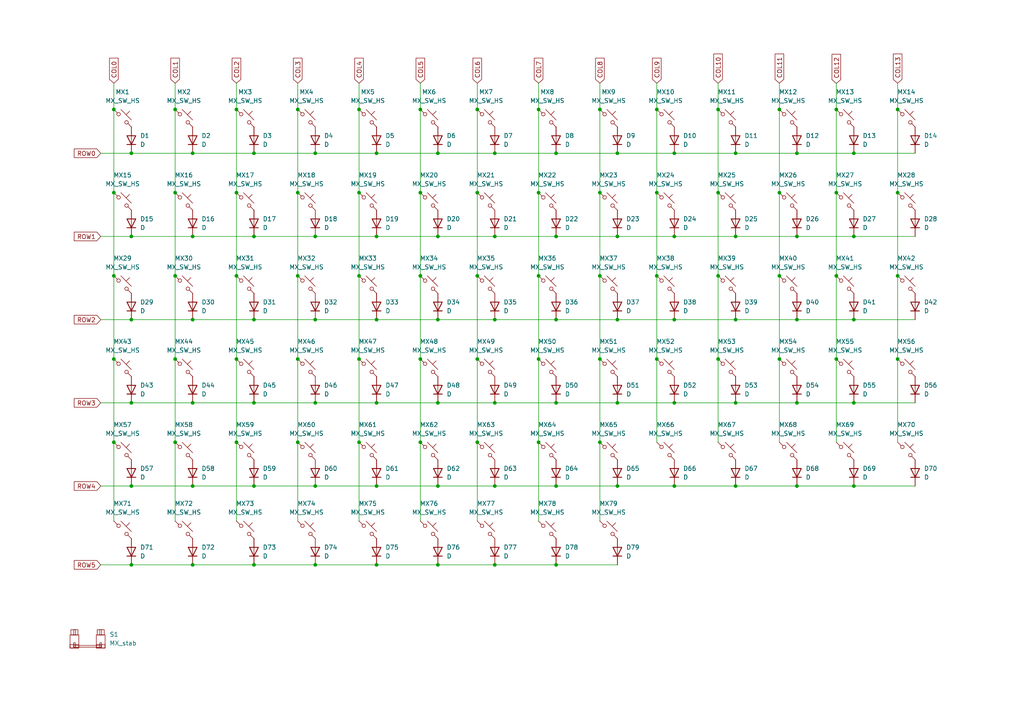
<source format=kicad_sch>
(kicad_sch (version 20250114) (generator "eeschema") (generator_version "9.0")
  (paper "A4")
  (lib_symbols
    (symbol "Device:D" (pin_numbers (hide yes)) (pin_names (offset 1.016) (hide yes))
      (property "Reference" "D" (at 0 2.54 0))
      (property "Value" "D" (at 0 -2.54 0))
      (symbol "D_1_1"
        (pin passive line (at -3.81 0 0) (length 2.54) (name "K") (number "1"))
        (pin passive line (at 3.81 0 180) (length 2.54) (name "A") (number "2"))
      )
    )
    (symbol "PCM_marbastlib-mx:MX_SW_HS_CPG151101S11" (pin_numbers (hide yes)) (pin_names (offset 1.016) (hide yes))
      (property "Reference" "MX" (at 3.048 1.016 0))
      (property "Value" "MX_SW_HS" (at 0 -3.81 0))
      (symbol "MX_SW_HS_CPG151101S11_0_1"
        (pin passive line (at -2.54 2.54 0) (length 0) (name "1") (number "1"))
        (pin passive line (at 2.54 -2.54 180) (length 0) (name "2") (number "2"))
      )
    )
    (symbol "PCM_marbastlib-mx:MX_stab" (pin_names (offset 1.016))
      (property "Reference" "S" (at -5.08 6.35 0))
      (property "Value" "MX_stab" (at -5.08 3.81 0))
    )
  )
  (junction (at 231.14 116.84))
  (junction (at 73.66 92.71))
  (junction (at 127 140.97))
  (junction (at 68.58 128.27))
  (junction (at 33.02 128.27))
  (junction (at 231.14 68.58))
  (junction (at 179.07 140.97))
  (junction (at 50.8 104.14))
  (junction (at 104.14 128.27))
  (junction (at 38.1 116.84))
  (junction (at 179.07 116.84))
  (junction (at 104.14 80.01))
  (junction (at 33.02 31.75))
  (junction (at 86.36 80.01))
  (junction (at 156.21 31.75))
  (junction (at 231.14 140.97))
  (junction (at 156.21 128.27))
  (junction (at 143.51 68.58))
  (junction (at 161.29 68.58))
  (junction (at 127 44.45))
  (junction (at 213.36 116.84))
  (junction (at 173.99 128.27))
  (junction (at 260.35 55.88))
  (junction (at 109.22 92.71))
  (junction (at 242.57 104.14))
  (junction (at 195.58 44.45))
  (junction (at 213.36 44.45))
  (junction (at 55.88 44.45))
  (junction (at 50.8 55.88))
  (junction (at 127 116.84))
  (junction (at 213.36 92.71))
  (junction (at 91.44 140.97))
  (junction (at 231.14 92.71))
  (junction (at 121.92 31.75))
  (junction (at 38.1 140.97))
  (junction (at 38.1 92.71))
  (junction (at 247.65 92.71))
  (junction (at 208.28 31.75))
  (junction (at 161.29 92.71))
  (junction (at 247.65 140.97))
  (junction (at 242.57 31.75))
  (junction (at 73.66 163.83))
  (junction (at 173.99 31.75))
  (junction (at 86.36 55.88))
  (junction (at 33.02 104.14))
  (junction (at 247.65 116.84))
  (junction (at 195.58 68.58))
  (junction (at 208.28 55.88))
  (junction (at 190.5 104.14))
  (junction (at 161.29 163.83))
  (junction (at 86.36 31.75))
  (junction (at 104.14 31.75))
  (junction (at 55.88 92.71))
  (junction (at 173.99 80.01))
  (junction (at 68.58 31.75))
  (junction (at 104.14 104.14))
  (junction (at 190.5 31.75))
  (junction (at 138.43 31.75))
  (junction (at 50.8 80.01))
  (junction (at 33.02 80.01))
  (junction (at 91.44 68.58))
  (junction (at 190.5 80.01))
  (junction (at 260.35 80.01))
  (junction (at 190.5 55.88))
  (junction (at 226.06 31.75))
  (junction (at 109.22 116.84))
  (junction (at 161.29 116.84))
  (junction (at 156.21 55.88))
  (junction (at 127 92.71))
  (junction (at 55.88 68.58))
  (junction (at 127 68.58))
  (junction (at 91.44 116.84))
  (junction (at 195.58 140.97))
  (junction (at 121.92 80.01))
  (junction (at 73.66 68.58))
  (junction (at 91.44 92.71))
  (junction (at 73.66 140.97))
  (junction (at 138.43 80.01))
  (junction (at 143.51 116.84))
  (junction (at 38.1 44.45))
  (junction (at 213.36 68.58))
  (junction (at 143.51 92.71))
  (junction (at 91.44 44.45))
  (junction (at 156.21 80.01))
  (junction (at 121.92 104.14))
  (junction (at 260.35 31.75))
  (junction (at 138.43 128.27))
  (junction (at 121.92 128.27))
  (junction (at 247.65 44.45))
  (junction (at 179.07 68.58))
  (junction (at 55.88 140.97))
  (junction (at 86.36 128.27))
  (junction (at 161.29 44.45))
  (junction (at 242.57 80.01))
  (junction (at 55.88 116.84))
  (junction (at 68.58 55.88))
  (junction (at 91.44 163.83))
  (junction (at 173.99 104.14))
  (junction (at 231.14 44.45))
  (junction (at 195.58 92.71))
  (junction (at 104.14 55.88))
  (junction (at 138.43 104.14))
  (junction (at 143.51 163.83))
  (junction (at 226.06 80.01))
  (junction (at 55.88 163.83))
  (junction (at 109.22 163.83))
  (junction (at 121.92 55.88))
  (junction (at 247.65 68.58))
  (junction (at 179.07 92.71))
  (junction (at 68.58 80.01))
  (junction (at 143.51 44.45))
  (junction (at 226.06 104.14))
  (junction (at 50.8 128.27))
  (junction (at 138.43 55.88))
  (junction (at 38.1 68.58))
  (junction (at 73.66 44.45))
  (junction (at 156.21 104.14))
  (junction (at 68.58 104.14))
  (junction (at 173.99 55.88))
  (junction (at 226.06 55.88))
  (junction (at 213.36 140.97))
  (junction (at 38.1 163.83))
  (junction (at 73.66 116.84))
  (junction (at 109.22 44.45))
  (junction (at 161.29 140.97))
  (junction (at 86.36 104.14))
  (junction (at 50.8 31.75))
  (junction (at 208.28 104.14))
  (junction (at 242.57 55.88))
  (junction (at 33.02 55.88))
  (junction (at 127 163.83))
  (junction (at 208.28 80.01))
  (junction (at 109.22 140.97))
  (junction (at 179.07 44.45))
  (junction (at 195.58 116.84))
  (junction (at 109.22 68.58))
  (junction (at 260.35 104.14))
  (junction (at 143.51 140.97))
  (wire (pts (xy 29.21 68.58) (xy 38.1 68.58)))
  (wire (pts (xy 195.58 68.58) (xy 213.36 68.58)))
  (wire (pts (xy 226.06 24.13) (xy 226.06 31.75)))
  (wire (pts (xy 29.21 116.84) (xy 38.1 116.84)))
  (wire (pts (xy 91.44 163.83) (xy 109.22 163.83)))
  (wire (pts (xy 33.02 55.88) (xy 33.02 80.01)))
  (wire (pts (xy 213.36 44.45) (xy 231.14 44.45)))
  (wire (pts (xy 50.8 128.27) (xy 50.8 151.13)))
  (wire (pts (xy 38.1 68.58) (xy 55.88 68.58)))
  (wire (pts (xy 247.65 140.97) (xy 265.43 140.97)))
  (wire (pts (xy 179.07 68.58) (xy 195.58 68.58)))
  (wire (pts (xy 213.36 140.97) (xy 231.14 140.97)))
  (wire (pts (xy 91.44 68.58) (xy 109.22 68.58)))
  (wire (pts (xy 109.22 163.83) (xy 127 163.83)))
  (wire (pts (xy 86.36 24.13) (xy 86.36 31.75)))
  (wire (pts (xy 121.92 80.01) (xy 121.92 55.88)))
  (wire (pts (xy 104.14 31.75) (xy 104.14 24.13)))
  (wire (pts (xy 260.35 104.14) (xy 260.35 128.27)))
  (wire (pts (xy 179.07 140.97) (xy 195.58 140.97)))
  (wire (pts (xy 73.66 92.71) (xy 91.44 92.71)))
  (wire (pts (xy 161.29 163.83) (xy 179.07 163.83)))
  (wire (pts (xy 55.88 68.58) (xy 73.66 68.58)))
  (wire (pts (xy 121.92 31.75) (xy 121.92 24.13)))
  (wire (pts (xy 190.5 80.01) (xy 190.5 104.14)))
  (wire (pts (xy 109.22 92.71) (xy 127 92.71)))
  (wire (pts (xy 29.21 44.45) (xy 38.1 44.45)))
  (wire (pts (xy 226.06 31.75) (xy 226.06 55.88)))
  (wire (pts (xy 208.28 24.13) (xy 208.28 31.75)))
  (wire (pts (xy 143.51 140.97) (xy 161.29 140.97)))
  (wire (pts (xy 68.58 24.13) (xy 68.58 31.75)))
  (wire (pts (xy 143.51 163.83) (xy 161.29 163.83)))
  (wire (pts (xy 55.88 44.45) (xy 73.66 44.45)))
  (wire (pts (xy 143.51 116.84) (xy 161.29 116.84)))
  (wire (pts (xy 138.43 128.27) (xy 138.43 151.13)))
  (wire (pts (xy 242.57 55.88) (xy 242.57 80.01)))
  (wire (pts (xy 109.22 140.97) (xy 127 140.97)))
  (wire (pts (xy 68.58 55.88) (xy 68.58 80.01)))
  (wire (pts (xy 68.58 104.14) (xy 68.58 128.27)))
  (wire (pts (xy 86.36 128.27) (xy 86.36 151.13)))
  (wire (pts (xy 156.21 24.13) (xy 156.21 31.75)))
  (wire (pts (xy 104.14 80.01) (xy 104.14 55.88)))
  (wire (pts (xy 179.07 44.45) (xy 195.58 44.45)))
  (wire (pts (xy 190.5 104.14) (xy 190.5 128.27)))
  (wire (pts (xy 86.36 31.75) (xy 86.36 55.88)))
  (wire (pts (xy 208.28 55.88) (xy 208.28 80.01)))
  (wire (pts (xy 73.66 116.84) (xy 91.44 116.84)))
  (wire (pts (xy 173.99 104.14) (xy 173.99 80.01)))
  (wire (pts (xy 68.58 80.01) (xy 68.58 104.14)))
  (wire (pts (xy 156.21 128.27) (xy 156.21 151.13)))
  (wire (pts (xy 104.14 128.27) (xy 104.14 151.13)))
  (wire (pts (xy 73.66 44.45) (xy 91.44 44.45)))
  (wire (pts (xy 143.51 92.71) (xy 161.29 92.71)))
  (wire (pts (xy 226.06 55.88) (xy 226.06 80.01)))
  (wire (pts (xy 55.88 163.83) (xy 73.66 163.83)))
  (wire (pts (xy 242.57 24.13) (xy 242.57 31.75)))
  (wire (pts (xy 231.14 116.84) (xy 247.65 116.84)))
  (wire (pts (xy 161.29 116.84) (xy 179.07 116.84)))
  (wire (pts (xy 161.29 140.97) (xy 179.07 140.97)))
  (wire (pts (xy 38.1 44.45) (xy 55.88 44.45)))
  (wire (pts (xy 33.02 24.13) (xy 33.02 31.75)))
  (wire (pts (xy 247.65 92.71) (xy 265.43 92.71)))
  (wire (pts (xy 109.22 68.58) (xy 127 68.58)))
  (wire (pts (xy 104.14 104.14) (xy 104.14 80.01)))
  (wire (pts (xy 121.92 104.14) (xy 121.92 80.01)))
  (wire (pts (xy 55.88 140.97) (xy 73.66 140.97)))
  (wire (pts (xy 86.36 104.14) (xy 86.36 128.27)))
  (wire (pts (xy 104.14 55.88) (xy 104.14 31.75)))
  (wire (pts (xy 50.8 24.13) (xy 50.8 31.75)))
  (wire (pts (xy 213.36 116.84) (xy 231.14 116.84)))
  (wire (pts (xy 260.35 55.88) (xy 260.35 80.01)))
  (wire (pts (xy 127 68.58) (xy 143.51 68.58)))
  (wire (pts (xy 138.43 55.88) (xy 138.43 80.01)))
  (wire (pts (xy 121.92 128.27) (xy 121.92 104.14)))
  (wire (pts (xy 173.99 128.27) (xy 173.99 151.13)))
  (wire (pts (xy 190.5 24.13) (xy 190.5 31.75)))
  (wire (pts (xy 127 44.45) (xy 143.51 44.45)))
  (wire (pts (xy 242.57 104.14) (xy 242.57 128.27)))
  (wire (pts (xy 260.35 31.75) (xy 260.35 55.88)))
  (wire (pts (xy 38.1 116.84) (xy 55.88 116.84)))
  (wire (pts (xy 73.66 68.58) (xy 91.44 68.58)))
  (wire (pts (xy 109.22 116.84) (xy 127 116.84)))
  (wire (pts (xy 50.8 55.88) (xy 50.8 80.01)))
  (wire (pts (xy 195.58 140.97) (xy 213.36 140.97)))
  (wire (pts (xy 195.58 116.84) (xy 213.36 116.84)))
  (wire (pts (xy 156.21 104.14) (xy 156.21 128.27)))
  (wire (pts (xy 50.8 104.14) (xy 50.8 128.27)))
  (wire (pts (xy 156.21 80.01) (xy 156.21 104.14)))
  (wire (pts (xy 91.44 116.84) (xy 109.22 116.84)))
  (wire (pts (xy 91.44 92.71) (xy 109.22 92.71)))
  (wire (pts (xy 173.99 80.01) (xy 173.99 55.88)))
  (wire (pts (xy 38.1 140.97) (xy 55.88 140.97)))
  (wire (pts (xy 127 116.84) (xy 143.51 116.84)))
  (wire (pts (xy 179.07 92.71) (xy 195.58 92.71)))
  (wire (pts (xy 121.92 128.27) (xy 121.92 151.13)))
  (wire (pts (xy 190.5 31.75) (xy 190.5 55.88)))
  (wire (pts (xy 242.57 31.75) (xy 242.57 55.88)))
  (wire (pts (xy 208.28 104.14) (xy 208.28 128.27)))
  (wire (pts (xy 161.29 68.58) (xy 179.07 68.58)))
  (wire (pts (xy 33.02 80.01) (xy 33.02 104.14)))
  (wire (pts (xy 138.43 31.75) (xy 138.43 55.88)))
  (wire (pts (xy 213.36 68.58) (xy 231.14 68.58)))
  (wire (pts (xy 73.66 163.83) (xy 91.44 163.83)))
  (wire (pts (xy 226.06 104.14) (xy 226.06 128.27)))
  (wire (pts (xy 68.58 31.75) (xy 68.58 55.88)))
  (wire (pts (xy 173.99 55.88) (xy 173.99 31.75)))
  (wire (pts (xy 127 92.71) (xy 143.51 92.71)))
  (wire (pts (xy 55.88 116.84) (xy 73.66 116.84)))
  (wire (pts (xy 208.28 80.01) (xy 208.28 104.14)))
  (wire (pts (xy 86.36 80.01) (xy 86.36 104.14)))
  (wire (pts (xy 68.58 128.27) (xy 68.58 151.13)))
  (wire (pts (xy 190.5 55.88) (xy 190.5 80.01)))
  (wire (pts (xy 247.65 116.84) (xy 265.43 116.84)))
  (wire (pts (xy 173.99 31.75) (xy 173.99 24.13)))
  (wire (pts (xy 50.8 80.01) (xy 50.8 104.14)))
  (wire (pts (xy 195.58 44.45) (xy 213.36 44.45)))
  (wire (pts (xy 260.35 80.01) (xy 260.35 104.14)))
  (wire (pts (xy 91.44 140.97) (xy 109.22 140.97)))
  (wire (pts (xy 121.92 55.88) (xy 121.92 31.75)))
  (wire (pts (xy 143.51 44.45) (xy 161.29 44.45)))
  (wire (pts (xy 29.21 140.97) (xy 38.1 140.97)))
  (wire (pts (xy 73.66 140.97) (xy 91.44 140.97)))
  (wire (pts (xy 231.14 92.71) (xy 247.65 92.71)))
  (wire (pts (xy 127 140.97) (xy 143.51 140.97)))
  (wire (pts (xy 161.29 92.71) (xy 179.07 92.71)))
  (wire (pts (xy 156.21 55.88) (xy 156.21 80.01)))
  (wire (pts (xy 156.21 31.75) (xy 156.21 55.88)))
  (wire (pts (xy 109.22 44.45) (xy 127 44.45)))
  (wire (pts (xy 247.65 68.58) (xy 265.43 68.58)))
  (wire (pts (xy 226.06 80.01) (xy 226.06 104.14)))
  (wire (pts (xy 38.1 163.83) (xy 55.88 163.83)))
  (wire (pts (xy 138.43 24.13) (xy 138.43 31.75)))
  (wire (pts (xy 143.51 68.58) (xy 161.29 68.58)))
  (wire (pts (xy 247.65 44.45) (xy 265.43 44.45)))
  (wire (pts (xy 242.57 80.01) (xy 242.57 104.14)))
  (wire (pts (xy 127 163.83) (xy 143.51 163.83)))
  (wire (pts (xy 231.14 44.45) (xy 247.65 44.45)))
  (wire (pts (xy 173.99 128.27) (xy 173.99 104.14)))
  (wire (pts (xy 231.14 140.97) (xy 247.65 140.97)))
  (wire (pts (xy 29.21 92.71) (xy 38.1 92.71)))
  (wire (pts (xy 179.07 116.84) (xy 195.58 116.84)))
  (wire (pts (xy 138.43 80.01) (xy 138.43 104.14)))
  (wire (pts (xy 161.29 44.45) (xy 179.07 44.45)))
  (wire (pts (xy 33.02 104.14) (xy 33.02 128.27)))
  (wire (pts (xy 260.35 24.13) (xy 260.35 31.75)))
  (wire (pts (xy 231.14 68.58) (xy 247.65 68.58)))
  (wire (pts (xy 33.02 31.75) (xy 33.02 55.88)))
  (wire (pts (xy 33.02 128.27) (xy 33.02 151.13)))
  (wire (pts (xy 50.8 31.75) (xy 50.8 55.88)))
  (wire (pts (xy 138.43 104.14) (xy 138.43 128.27)))
  (wire (pts (xy 91.44 44.45) (xy 109.22 44.45)))
  (wire (pts (xy 208.28 31.75) (xy 208.28 55.88)))
  (wire (pts (xy 38.1 92.71) (xy 55.88 92.71)))
  (wire (pts (xy 195.58 92.71) (xy 213.36 92.71)))
  (wire (pts (xy 29.21 163.83) (xy 38.1 163.83)))
  (wire (pts (xy 213.36 92.71) (xy 231.14 92.71)))
  (wire (pts (xy 104.14 128.27) (xy 104.14 104.14)))
  (wire (pts (xy 86.36 55.88) (xy 86.36 80.01)))
  (wire (pts (xy 55.88 92.71) (xy 73.66 92.71)))
  (global_label "COL8" (shape input) (at 173.99 24.13 90) (property "Intersheetrefs" "${INTERSHEET_REFS}" (effects (hide yes))))
  (global_label "COL2" (shape input) (at 68.58 24.13 90) (property "Intersheetrefs" "${INTERSHEET_REFS}" (effects (hide yes))))
  (global_label "ROW5" (shape input) (at 29.21 163.83 180) (property "Intersheetrefs" "${INTERSHEET_REFS}" (effects (hide yes))))
  (global_label "ROW1" (shape input) (at 29.21 68.58 180) (property "Intersheetrefs" "${INTERSHEET_REFS}" (effects (hide yes))))
  (global_label "COL7" (shape input) (at 156.21 24.13 90) (property "Intersheetrefs" "${INTERSHEET_REFS}" (effects (hide yes))))
  (global_label "ROW2" (shape input) (at 29.21 92.71 180) (property "Intersheetrefs" "${INTERSHEET_REFS}" (effects (hide yes))))
  (global_label "COL10" (shape input) (at 208.28 24.13 90) (property "Intersheetrefs" "${INTERSHEET_REFS}" (effects (hide yes))))
  (global_label "COL11" (shape input) (at 226.06 24.13 90) (property "Intersheetrefs" "${INTERSHEET_REFS}" (effects (hide yes))))
  (global_label "COL13" (shape input) (at 260.35 24.13 90) (property "Intersheetrefs" "${INTERSHEET_REFS}" (effects (hide yes))))
  (global_label "COL6" (shape input) (at 138.43 24.13 90) (property "Intersheetrefs" "${INTERSHEET_REFS}" (effects (hide yes))))
  (global_label "COL12" (shape input) (at 242.57 24.2098 90) (property "Intersheetrefs" "${INTERSHEET_REFS}" (effects (hide yes))))
  (global_label "ROW3" (shape input) (at 29.21 116.84 180) (property "Intersheetrefs" "${INTERSHEET_REFS}" (effects (hide yes))))
  (global_label "COL1" (shape input) (at 50.8 24.13 90) (property "Intersheetrefs" "${INTERSHEET_REFS}" (effects (hide yes))))
  (global_label "COL3" (shape input) (at 86.36 24.13 90) (property "Intersheetrefs" "${INTERSHEET_REFS}" (effects (hide yes))))
  (global_label "COL5" (shape input) (at 121.92 24.13 90) (property "Intersheetrefs" "${INTERSHEET_REFS}" (effects (hide yes))))
  (global_label "COL4" (shape input) (at 104.14 24.13 90) (property "Intersheetrefs" "${INTERSHEET_REFS}" (effects (hide yes))))
  (global_label "COL9" (shape input) (at 190.5 24.13 90) (property "Intersheetrefs" "${INTERSHEET_REFS}" (effects (hide yes))))
  (global_label "ROW4" (shape input) (at 29.21 140.97 180) (property "Intersheetrefs" "${INTERSHEET_REFS}" (effects (hide yes))))
  (global_label "COL0" (shape input) (at 33.02 24.13 90) (property "Intersheetrefs" "${INTERSHEET_REFS}" (effects (hide yes))))
  (global_label "ROW0" (shape input) (at 29.21 44.45 180) (property "Intersheetrefs" "${INTERSHEET_REFS}" (effects (hide yes))))
  (symbol (lib_id "Device:D") (at 179.07 88.9 90) (unit 1)
    (property "Reference" "D37" (at 181.61 87.6299 90) (effects (justify right)))
    (property "Value" "D" (at 181.61 90.1699 90) (effects (justify right)))
    (property "Footprint" "Diode_SMD:D_SOD-123" (effects (hide yes)))
    (property "Description" "Diode" (effects (hide yes)))
    (property "Sim.Device" "D" (effects (hide yes)))
    (property "Sim.Pins" "1=K 2=A" (effects (hide yes)))
  )
  (symbol (lib_id "Device:D") (at 109.22 160.02 90) (unit 1)
    (property "Reference" "D75" (at 111.76 158.7499 90) (effects (justify right)))
    (property "Value" "D" (at 111.76 161.2899 90) (effects (justify right)))
    (property "Footprint" "Diode_SMD:D_SOD-123" (effects (hide yes)))
    (property "Description" "Diode" (effects (hide yes)))
    (property "Sim.Device" "D" (effects (hide yes)))
    (property "Sim.Pins" "1=K 2=A" (effects (hide yes)))
  )
  (symbol (lib_id "PCM_marbastlib-mx:MX_SW_HS_CPG151101S11") (at 140.97 130.81 0) (unit 1)
    (property "Reference" "MX63" (at 140.97 123.19 0))
    (property "Value" "MX_SW_HS" (at 140.97 125.73 0))
    (property "Footprint" "PCM_marbastlib-mx:SW_MX_HS_CPG151101S11_1u" (effects (hide yes)))
    (property "Description" "Push button switch, normally open, two pins, 45° tilted, Kailh CPG151101S11 for Cherry MX style switches" (effects (hide yes)))
  )
  (symbol (lib_id "PCM_marbastlib-mx:MX_SW_HS_CPG151101S11") (at 140.97 106.68 0) (unit 1)
    (property "Reference" "MX49" (at 140.97 99.06 0))
    (property "Value" "MX_SW_HS" (at 140.97 101.6 0))
    (property "Footprint" "PCM_marbastlib-mx:SW_MX_HS_CPG151101S11_1u" (effects (hide yes)))
    (property "Description" "Push button switch, normally open, two pins, 45° tilted, Kailh CPG151101S11 for Cherry MX style switches" (effects (hide yes)))
  )
  (symbol (lib_id "PCM_marbastlib-mx:MX_SW_HS_CPG151101S11") (at 71.12 153.67 0) (unit 1)
    (property "Reference" "MX73" (at 71.12 146.05 0))
    (property "Value" "MX_SW_HS" (at 71.12 148.59 0))
    (property "Footprint" "PCM_marbastlib-mx:SW_MX_HS_CPG151101S11_1u" (effects (hide yes)))
    (property "Description" "Push button switch, normally open, two pins, 45° tilted, Kailh CPG151101S11 for Cherry MX style switches" (effects (hide yes)))
  )
  (symbol (lib_id "PCM_marbastlib-mx:MX_SW_HS_CPG151101S11") (at 176.53 82.55 0) (unit 1)
    (property "Reference" "MX37" (at 176.53 74.93 0))
    (property "Value" "MX_SW_HS" (at 176.53 77.47 0))
    (property "Footprint" "PCM_marbastlib-mx:SW_MX_HS_CPG151101S11_1u" (effects (hide yes)))
    (property "Description" "Push button switch, normally open, two pins, 45° tilted, Kailh CPG151101S11 for Cherry MX style switches" (effects (hide yes)))
  )
  (symbol (lib_id "Device:D") (at 161.29 88.9 90) (unit 1)
    (property "Reference" "D36" (at 163.83 87.6299 90) (effects (justify right)))
    (property "Value" "D" (at 163.83 90.1699 90) (effects (justify right)))
    (property "Footprint" "Diode_SMD:D_SOD-123" (effects (hide yes)))
    (property "Description" "Diode" (effects (hide yes)))
    (property "Sim.Device" "D" (effects (hide yes)))
    (property "Sim.Pins" "1=K 2=A" (effects (hide yes)))
  )
  (symbol (lib_id "Device:D") (at 195.58 64.77 90) (unit 1)
    (property "Reference" "D24" (at 198.12 63.4999 90) (effects (justify right)))
    (property "Value" "D" (at 198.12 66.0399 90) (effects (justify right)))
    (property "Footprint" "Diode_SMD:D_SOD-123" (effects (hide yes)))
    (property "Description" "Diode" (effects (hide yes)))
    (property "Sim.Device" "D" (effects (hide yes)))
    (property "Sim.Pins" "1=K 2=A" (effects (hide yes)))
  )
  (symbol (lib_id "Device:D") (at 91.44 64.77 90) (unit 1)
    (property "Reference" "D18" (at 93.98 63.4999 90) (effects (justify right)))
    (property "Value" "D" (at 93.98 66.0399 90) (effects (justify right)))
    (property "Footprint" "Diode_SMD:D_SOD-123" (effects (hide yes)))
    (property "Description" "Diode" (effects (hide yes)))
    (property "Sim.Device" "D" (effects (hide yes)))
    (property "Sim.Pins" "1=K 2=A" (effects (hide yes)))
  )
  (symbol (lib_id "PCM_marbastlib-mx:MX_SW_HS_CPG151101S11") (at 71.12 106.68 0) (unit 1)
    (property "Reference" "MX45" (at 71.12 99.06 0))
    (property "Value" "MX_SW_HS" (at 71.12 101.6 0))
    (property "Footprint" "PCM_marbastlib-mx:SW_MX_HS_CPG151101S11_1u" (effects (hide yes)))
    (property "Description" "Push button switch, normally open, two pins, 45° tilted, Kailh CPG151101S11 for Cherry MX style switches" (effects (hide yes)))
  )
  (symbol (lib_id "Device:D") (at 231.14 64.77 90) (unit 1)
    (property "Reference" "D26" (at 233.68 63.4999 90) (effects (justify right)))
    (property "Value" "D" (at 233.68 66.0399 90) (effects (justify right)))
    (property "Footprint" "Diode_SMD:D_SOD-123" (effects (hide yes)))
    (property "Description" "Diode" (effects (hide yes)))
    (property "Sim.Device" "D" (effects (hide yes)))
    (property "Sim.Pins" "1=K 2=A" (effects (hide yes)))
  )
  (symbol (lib_id "PCM_marbastlib-mx:MX_SW_HS_CPG151101S11") (at 193.04 106.68 0) (unit 1)
    (property "Reference" "MX52" (at 193.04 99.06 0))
    (property "Value" "MX_SW_HS" (at 193.04 101.6 0))
    (property "Footprint" "PCM_marbastlib-mx:SW_MX_HS_CPG151101S11_1u" (effects (hide yes)))
    (property "Description" "Push button switch, normally open, two pins, 45° tilted, Kailh CPG151101S11 for Cherry MX style switches" (effects (hide yes)))
  )
  (symbol (lib_id "PCM_marbastlib-mx:MX_SW_HS_CPG151101S11") (at 53.34 34.29 0) (unit 1)
    (property "Reference" "MX2" (at 53.34 26.67 0))
    (property "Value" "MX_SW_HS" (at 53.34 29.21 0))
    (property "Footprint" "PCM_marbastlib-mx:SW_MX_HS_CPG151101S11_1u" (effects (hide yes)))
    (property "Description" "Push button switch, normally open, two pins, 45° tilted, Kailh CPG151101S11 for Cherry MX style switches" (effects (hide yes)))
  )
  (symbol (lib_id "Device:D") (at 127 40.64 90) (unit 1)
    (property "Reference" "D6" (at 129.54 39.3699 90) (effects (justify right)))
    (property "Value" "D" (at 129.54 41.9099 90) (effects (justify right)))
    (property "Footprint" "Diode_SMD:D_SOD-123" (effects (hide yes)))
    (property "Description" "Diode" (effects (hide yes)))
    (property "Sim.Device" "D" (effects (hide yes)))
    (property "Sim.Pins" "1=K 2=A" (effects (hide yes)))
  )
  (symbol (lib_id "Device:D") (at 91.44 88.9 90) (unit 1)
    (property "Reference" "D32" (at 93.98 87.6299 90) (effects (justify right)))
    (property "Value" "D" (at 93.98 90.1699 90) (effects (justify right)))
    (property "Footprint" "Diode_SMD:D_SOD-123" (effects (hide yes)))
    (property "Description" "Diode" (effects (hide yes)))
    (property "Sim.Device" "D" (effects (hide yes)))
    (property "Sim.Pins" "1=K 2=A" (effects (hide yes)))
  )
  (symbol (lib_id "PCM_marbastlib-mx:MX_SW_HS_CPG151101S11") (at 71.12 34.29 0) (unit 1)
    (property "Reference" "MX3" (at 71.12 26.67 0))
    (property "Value" "MX_SW_HS" (at 71.12 29.21 0))
    (property "Footprint" "PCM_marbastlib-mx:SW_MX_HS_CPG151101S11_1u" (effects (hide yes)))
    (property "Description" "Push button switch, normally open, two pins, 45° tilted, Kailh CPG151101S11 for Cherry MX style switches" (effects (hide yes)))
  )
  (symbol (lib_id "PCM_marbastlib-mx:MX_SW_HS_CPG151101S11") (at 71.12 82.55 0) (unit 1)
    (property "Reference" "MX31" (at 71.12 74.93 0))
    (property "Value" "MX_SW_HS" (at 71.12 77.47 0))
    (property "Footprint" "PCM_marbastlib-mx:SW_MX_HS_CPG151101S11_1u" (effects (hide yes)))
    (property "Description" "Push button switch, normally open, two pins, 45° tilted, Kailh CPG151101S11 for Cherry MX style switches" (effects (hide yes)))
  )
  (symbol (lib_id "Device:D") (at 73.66 160.02 90) (unit 1)
    (property "Reference" "D73" (at 76.2 158.7499 90) (effects (justify right)))
    (property "Value" "D" (at 76.2 161.2899 90) (effects (justify right)))
    (property "Footprint" "Diode_SMD:D_SOD-123" (effects (hide yes)))
    (property "Description" "Diode" (effects (hide yes)))
    (property "Sim.Device" "D" (effects (hide yes)))
    (property "Sim.Pins" "1=K 2=A" (effects (hide yes)))
  )
  (symbol (lib_id "PCM_marbastlib-mx:MX_SW_HS_CPG151101S11") (at 176.53 130.81 0) (unit 1)
    (property "Reference" "MX65" (at 176.53 123.19 0))
    (property "Value" "MX_SW_HS" (at 176.53 125.73 0))
    (property "Footprint" "PCM_marbastlib-mx:SW_MX_HS_CPG151101S11_1u" (effects (hide yes)))
    (property "Description" "Push button switch, normally open, two pins, 45° tilted, Kailh CPG151101S11 for Cherry MX style switches" (effects (hide yes)))
  )
  (symbol (lib_id "Device:D") (at 179.07 113.03 90) (unit 1)
    (property "Reference" "D51" (at 181.61 111.7599 90) (effects (justify right)))
    (property "Value" "D" (at 181.61 114.2999 90) (effects (justify right)))
    (property "Footprint" "Diode_SMD:D_SOD-123" (effects (hide yes)))
    (property "Description" "Diode" (effects (hide yes)))
    (property "Sim.Device" "D" (effects (hide yes)))
    (property "Sim.Pins" "1=K 2=A" (effects (hide yes)))
  )
  (symbol (lib_id "PCM_marbastlib-mx:MX_SW_HS_CPG151101S11") (at 106.68 153.67 0) (unit 1)
    (property "Reference" "MX75" (at 106.68 146.05 0))
    (property "Value" "MX_SW_HS" (at 106.68 148.59 0))
    (property "Footprint" "PCM_marbastlib-mx:SW_MX_HS_CPG151101S11_1u" (effects (hide yes)))
    (property "Description" "Push button switch, normally open, two pins, 45° tilted, Kailh CPG151101S11 for Cherry MX style switches" (effects (hide yes)))
  )
  (symbol (lib_id "Device:D") (at 247.65 64.77 90) (unit 1)
    (property "Reference" "D27" (at 250.19 63.4999 90) (effects (justify right)))
    (property "Value" "D" (at 250.19 66.0399 90) (effects (justify right)))
    (property "Footprint" "Diode_SMD:D_SOD-123" (effects (hide yes)))
    (property "Description" "Diode" (effects (hide yes)))
    (property "Sim.Device" "D" (effects (hide yes)))
    (property "Sim.Pins" "1=K 2=A" (effects (hide yes)))
  )
  (symbol (lib_id "Device:D") (at 195.58 88.9 90) (unit 1)
    (property "Reference" "D38" (at 198.12 87.6299 90) (effects (justify right)))
    (property "Value" "D" (at 198.12 90.1699 90) (effects (justify right)))
    (property "Footprint" "Diode_SMD:D_SOD-123" (effects (hide yes)))
    (property "Description" "Diode" (effects (hide yes)))
    (property "Sim.Device" "D" (effects (hide yes)))
    (property "Sim.Pins" "1=K 2=A" (effects (hide yes)))
  )
  (symbol (lib_id "PCM_marbastlib-mx:MX_SW_HS_CPG151101S11") (at 228.6 130.81 0) (unit 1)
    (property "Reference" "MX68" (at 228.6 123.19 0))
    (property "Value" "MX_SW_HS" (at 228.6 125.73 0))
    (property "Footprint" "PCM_marbastlib-mx:SW_MX_HS_CPG151101S11_1u" (effects (hide yes)))
    (property "Description" "Push button switch, normally open, two pins, 45° tilted, Kailh CPG151101S11 for Cherry MX style switches" (effects (hide yes)))
  )
  (symbol (lib_id "PCM_marbastlib-mx:MX_SW_HS_CPG151101S11") (at 124.46 58.42 0) (unit 1)
    (property "Reference" "MX20" (at 124.46 50.8 0))
    (property "Value" "MX_SW_HS" (at 124.46 53.34 0))
    (property "Footprint" "PCM_marbastlib-mx:SW_MX_HS_CPG151101S11_1u" (effects (hide yes)))
    (property "Description" "Push button switch, normally open, two pins, 45° tilted, Kailh CPG151101S11 for Cherry MX style switches" (effects (hide yes)))
  )
  (symbol (lib_id "PCM_marbastlib-mx:MX_SW_HS_CPG151101S11") (at 35.56 130.81 0) (unit 1)
    (property "Reference" "MX57" (at 35.56 123.19 0))
    (property "Value" "MX_SW_HS" (at 35.56 125.73 0))
    (property "Footprint" "PCM_marbastlib-mx:SW_MX_HS_CPG151101S11_1u" (effects (hide yes)))
    (property "Description" "Push button switch, normally open, two pins, 45° tilted, Kailh CPG151101S11 for Cherry MX style switches" (effects (hide yes)))
  )
  (symbol (lib_id "Device:D") (at 213.36 64.77 90) (unit 1)
    (property "Reference" "D25" (at 215.9 63.4999 90) (effects (justify right)))
    (property "Value" "D" (at 215.9 66.0399 90) (effects (justify right)))
    (property "Footprint" "Diode_SMD:D_SOD-123" (effects (hide yes)))
    (property "Description" "Diode" (effects (hide yes)))
    (property "Sim.Device" "D" (effects (hide yes)))
    (property "Sim.Pins" "1=K 2=A" (effects (hide yes)))
  )
  (symbol (lib_id "PCM_marbastlib-mx:MX_stab") (at 25.4 185.42 0) (unit 1)
    (property "Reference" "S1" (at 31.75 184.0229 0) (effects (justify left)))
    (property "Value" "MX_stab" (at 31.75 186.5629 0) (effects (justify left)))
    (property "Footprint" "PCM_marbastlib-mx:STAB_MX_P_6.25u" (effects (hide yes)))
    (property "Description" "Cherry MX-style stabilizer" (effects (hide yes)))
  )
  (symbol (lib_id "Device:D") (at 161.29 113.03 90) (unit 1)
    (property "Reference" "D50" (at 163.83 111.7599 90) (effects (justify right)))
    (property "Value" "D" (at 163.83 114.2999 90) (effects (justify right)))
    (property "Footprint" "Diode_SMD:D_SOD-123" (effects (hide yes)))
    (property "Description" "Diode" (effects (hide yes)))
    (property "Sim.Device" "D" (effects (hide yes)))
    (property "Sim.Pins" "1=K 2=A" (effects (hide yes)))
  )
  (symbol (lib_id "PCM_marbastlib-mx:MX_SW_HS_CPG151101S11") (at 35.56 82.55 0) (unit 1)
    (property "Reference" "MX29" (at 35.56 74.93 0))
    (property "Value" "MX_SW_HS" (at 35.56 77.47 0))
    (property "Footprint" "PCM_marbastlib-mx:SW_MX_HS_CPG151101S11_1u" (effects (hide yes)))
    (property "Description" "Push button switch, normally open, two pins, 45° tilted, Kailh CPG151101S11 for Cherry MX style switches" (effects (hide yes)))
  )
  (symbol (lib_id "PCM_marbastlib-mx:MX_SW_HS_CPG151101S11") (at 53.34 106.68 0) (unit 1)
    (property "Reference" "MX44" (at 53.34 99.06 0))
    (property "Value" "MX_SW_HS" (at 53.34 101.6 0))
    (property "Footprint" "PCM_marbastlib-mx:SW_MX_HS_CPG151101S11_1u" (effects (hide yes)))
    (property "Description" "Push button switch, normally open, two pins, 45° tilted, Kailh CPG151101S11 for Cherry MX style switches" (effects (hide yes)))
  )
  (symbol (lib_id "PCM_marbastlib-mx:MX_SW_HS_CPG151101S11") (at 106.68 58.42 0) (unit 1)
    (property "Reference" "MX19" (at 106.68 50.8 0))
    (property "Value" "MX_SW_HS" (at 106.68 53.34 0))
    (property "Footprint" "PCM_marbastlib-mx:SW_MX_HS_CPG151101S11_1u" (effects (hide yes)))
    (property "Description" "Push button switch, normally open, two pins, 45° tilted, Kailh CPG151101S11 for Cherry MX style switches" (effects (hide yes)))
  )
  (symbol (lib_id "PCM_marbastlib-mx:MX_SW_HS_CPG151101S11") (at 88.9 153.67 0) (unit 1)
    (property "Reference" "MX74" (at 88.9 146.05 0))
    (property "Value" "MX_SW_HS" (at 88.9 148.59 0))
    (property "Footprint" "PCM_marbastlib-mx:SW_MX_HS_CPG151101S11_1u" (effects (hide yes)))
    (property "Description" "Push button switch, normally open, two pins, 45° tilted, Kailh CPG151101S11 for Cherry MX style switches" (effects (hide yes)))
  )
  (symbol (lib_id "PCM_marbastlib-mx:MX_SW_HS_CPG151101S11") (at 158.75 58.42 0) (unit 1)
    (property "Reference" "MX22" (at 158.75 50.8 0))
    (property "Value" "MX_SW_HS" (at 158.75 53.34 0))
    (property "Footprint" "PCM_marbastlib-mx:SW_MX_HS_CPG151101S11_1u" (effects (hide yes)))
    (property "Description" "Push button switch, normally open, two pins, 45° tilted, Kailh CPG151101S11 for Cherry MX style switches" (effects (hide yes)))
  )
  (symbol (lib_id "PCM_marbastlib-mx:MX_SW_HS_CPG151101S11") (at 88.9 58.42 0) (unit 1)
    (property "Reference" "MX18" (at 88.9 50.8 0))
    (property "Value" "MX_SW_HS" (at 88.9 53.34 0))
    (property "Footprint" "PCM_marbastlib-mx:SW_MX_HS_CPG151101S11_1u" (effects (hide yes)))
    (property "Description" "Push button switch, normally open, two pins, 45° tilted, Kailh CPG151101S11 for Cherry MX style switches" (effects (hide yes)))
  )
  (symbol (lib_id "PCM_marbastlib-mx:MX_SW_HS_CPG151101S11") (at 262.89 130.81 0) (unit 1)
    (property "Reference" "MX70" (at 262.89 123.19 0))
    (property "Value" "MX_SW_HS" (at 262.89 125.73 0))
    (property "Footprint" "PCM_marbastlib-mx:SW_MX_HS_CPG151101S11_1u" (effects (hide yes)))
    (property "Description" "Push button switch, normally open, two pins, 45° tilted, Kailh CPG151101S11 for Cherry MX style switches" (effects (hide yes)))
  )
  (symbol (lib_id "PCM_marbastlib-mx:MX_SW_HS_CPG151101S11") (at 35.56 34.29 0) (unit 1)
    (property "Reference" "MX1" (at 35.56 26.67 0))
    (property "Value" "MX_SW_HS" (at 35.56 29.21 0))
    (property "Footprint" "PCM_marbastlib-mx:SW_MX_HS_CPG151101S11_1u" (effects (hide yes)))
    (property "Description" "Push button switch, normally open, two pins, 45° tilted, Kailh CPG151101S11 for Cherry MX style switches" (effects (hide yes)))
  )
  (symbol (lib_id "Device:D") (at 231.14 40.64 90) (unit 1)
    (property "Reference" "D12" (at 233.68 39.3699 90) (effects (justify right)))
    (property "Value" "D" (at 233.68 41.9099 90) (effects (justify right)))
    (property "Footprint" "Diode_SMD:D_SOD-123" (effects (hide yes)))
    (property "Description" "Diode" (effects (hide yes)))
    (property "Sim.Device" "D" (effects (hide yes)))
    (property "Sim.Pins" "1=K 2=A" (effects (hide yes)))
  )
  (symbol (lib_id "PCM_marbastlib-mx:MX_SW_HS_CPG151101S11") (at 158.75 106.68 0) (unit 1)
    (property "Reference" "MX50" (at 158.75 99.06 0))
    (property "Value" "MX_SW_HS" (at 158.75 101.6 0))
    (property "Footprint" "PCM_marbastlib-mx:SW_MX_HS_CPG151101S11_1u" (effects (hide yes)))
    (property "Description" "Push button switch, normally open, two pins, 45° tilted, Kailh CPG151101S11 for Cherry MX style switches" (effects (hide yes)))
  )
  (symbol (lib_id "PCM_marbastlib-mx:MX_SW_HS_CPG151101S11") (at 88.9 34.29 0) (unit 1)
    (property "Reference" "MX4" (at 88.9 26.67 0))
    (property "Value" "MX_SW_HS" (at 88.9 29.21 0))
    (property "Footprint" "PCM_marbastlib-mx:SW_MX_HS_CPG151101S11_1u" (effects (hide yes)))
    (property "Description" "Push button switch, normally open, two pins, 45° tilted, Kailh CPG151101S11 for Cherry MX style switches" (effects (hide yes)))
  )
  (symbol (lib_id "Device:D") (at 38.1 160.02 90) (unit 1)
    (property "Reference" "D71" (at 40.64 158.7499 90) (effects (justify right)))
    (property "Value" "D" (at 40.64 161.2899 90) (effects (justify right)))
    (property "Footprint" "Diode_SMD:D_SOD-123" (effects (hide yes)))
    (property "Description" "Diode" (effects (hide yes)))
    (property "Sim.Device" "D" (effects (hide yes)))
    (property "Sim.Pins" "1=K 2=A" (effects (hide yes)))
  )
  (symbol (lib_id "PCM_marbastlib-mx:MX_SW_HS_CPG151101S11") (at 88.9 106.68 0) (unit 1)
    (property "Reference" "MX46" (at 88.9 99.06 0))
    (property "Value" "MX_SW_HS" (at 88.9 101.6 0))
    (property "Footprint" "PCM_marbastlib-mx:SW_MX_HS_CPG151101S11_1u" (effects (hide yes)))
    (property "Description" "Push button switch, normally open, two pins, 45° tilted, Kailh CPG151101S11 for Cherry MX style switches" (effects (hide yes)))
  )
  (symbol (lib_id "Device:D") (at 265.43 64.77 90) (unit 1)
    (property "Reference" "D28" (at 267.97 63.4999 90) (effects (justify right)))
    (property "Value" "D" (at 267.97 66.0399 90) (effects (justify right)))
    (property "Footprint" "Diode_SMD:D_SOD-123" (effects (hide yes)))
    (property "Description" "Diode" (effects (hide yes)))
    (property "Sim.Device" "D" (effects (hide yes)))
    (property "Sim.Pins" "1=K 2=A" (effects (hide yes)))
  )
  (symbol (lib_id "Device:D") (at 109.22 113.03 90) (unit 1)
    (property "Reference" "D47" (at 111.76 111.7599 90) (effects (justify right)))
    (property "Value" "D" (at 111.76 114.2999 90) (effects (justify right)))
    (property "Footprint" "Diode_SMD:D_SOD-123" (effects (hide yes)))
    (property "Description" "Diode" (effects (hide yes)))
    (property "Sim.Device" "D" (effects (hide yes)))
    (property "Sim.Pins" "1=K 2=A" (effects (hide yes)))
  )
  (symbol (lib_id "Device:D") (at 161.29 160.02 90) (unit 1)
    (property "Reference" "D78" (at 163.83 158.7499 90) (effects (justify right)))
    (property "Value" "D" (at 163.83 161.2899 90) (effects (justify right)))
    (property "Footprint" "Diode_SMD:D_SOD-123" (effects (hide yes)))
    (property "Description" "Diode" (effects (hide yes)))
    (property "Sim.Device" "D" (effects (hide yes)))
    (property "Sim.Pins" "1=K 2=A" (effects (hide yes)))
  )
  (symbol (lib_id "PCM_marbastlib-mx:MX_SW_HS_CPG151101S11") (at 245.11 58.42 0) (unit 1)
    (property "Reference" "MX27" (at 245.11 50.8 0))
    (property "Value" "MX_SW_HS" (at 245.11 53.34 0))
    (property "Footprint" "PCM_marbastlib-mx:SW_MX_HS_CPG151101S11_1u" (effects (hide yes)))
    (property "Description" "Push button switch, normally open, two pins, 45° tilted, Kailh CPG151101S11 for Cherry MX style switches" (effects (hide yes)))
  )
  (symbol (lib_id "Device:D") (at 109.22 88.9 90) (unit 1)
    (property "Reference" "D33" (at 111.76 87.6299 90) (effects (justify right)))
    (property "Value" "D" (at 111.76 90.1699 90) (effects (justify right)))
    (property "Footprint" "Diode_SMD:D_SOD-123" (effects (hide yes)))
    (property "Description" "Diode" (effects (hide yes)))
    (property "Sim.Device" "D" (effects (hide yes)))
    (property "Sim.Pins" "1=K 2=A" (effects (hide yes)))
  )
  (symbol (lib_id "Device:D") (at 161.29 40.64 90) (unit 1)
    (property "Reference" "D8" (at 163.83 39.3699 90) (effects (justify right)))
    (property "Value" "D" (at 163.83 41.9099 90) (effects (justify right)))
    (property "Footprint" "Diode_SMD:D_SOD-123" (effects (hide yes)))
    (property "Description" "Diode" (effects (hide yes)))
    (property "Sim.Device" "D" (effects (hide yes)))
    (property "Sim.Pins" "1=K 2=A" (effects (hide yes)))
  )
  (symbol (lib_id "Device:D") (at 195.58 137.16 90) (unit 1)
    (property "Reference" "D66" (at 198.12 135.8899 90) (effects (justify right)))
    (property "Value" "D" (at 198.12 138.4299 90) (effects (justify right)))
    (property "Footprint" "Diode_SMD:D_SOD-123" (effects (hide yes)))
    (property "Description" "Diode" (effects (hide yes)))
    (property "Sim.Device" "D" (effects (hide yes)))
    (property "Sim.Pins" "1=K 2=A" (effects (hide yes)))
  )
  (symbol (lib_id "PCM_marbastlib-mx:MX_SW_HS_CPG151101S11") (at 71.12 130.81 0) (unit 1)
    (property "Reference" "MX59" (at 71.12 123.19 0))
    (property "Value" "MX_SW_HS" (at 71.12 125.73 0))
    (property "Footprint" "PCM_marbastlib-mx:SW_MX_HS_CPG151101S11_1u" (effects (hide yes)))
    (property "Description" "Push button switch, normally open, two pins, 45° tilted, Kailh CPG151101S11 for Cherry MX style switches" (effects (hide yes)))
  )
  (symbol (lib_id "Device:D") (at 231.14 113.03 90) (unit 1)
    (property "Reference" "D54" (at 233.68 111.7599 90) (effects (justify right)))
    (property "Value" "D" (at 233.68 114.2999 90) (effects (justify right)))
    (property "Footprint" "Diode_SMD:D_SOD-123" (effects (hide yes)))
    (property "Description" "Diode" (effects (hide yes)))
    (property "Sim.Device" "D" (effects (hide yes)))
    (property "Sim.Pins" "1=K 2=A" (effects (hide yes)))
  )
  (symbol (lib_id "PCM_marbastlib-mx:MX_SW_HS_CPG151101S11") (at 262.89 34.29 0) (unit 1)
    (property "Reference" "MX14" (at 262.89 26.67 0))
    (property "Value" "MX_SW_HS" (at 262.89 29.21 0))
    (property "Footprint" "PCM_marbastlib-mx:SW_MX_HS_CPG151101S11_1u" (effects (hide yes)))
    (property "Description" "Push button switch, normally open, two pins, 45° tilted, Kailh CPG151101S11 for Cherry MX style switches" (effects (hide yes)))
  )
  (symbol (lib_id "PCM_marbastlib-mx:MX_SW_HS_CPG151101S11") (at 262.89 58.42 0) (unit 1)
    (property "Reference" "MX28" (at 262.89 50.8 0))
    (property "Value" "MX_SW_HS" (at 262.89 53.34 0))
    (property "Footprint" "PCM_marbastlib-mx:SW_MX_HS_CPG151101S11_1u" (effects (hide yes)))
    (property "Description" "Push button switch, normally open, two pins, 45° tilted, Kailh CPG151101S11 for Cherry MX style switches" (effects (hide yes)))
  )
  (symbol (lib_id "Device:D") (at 73.66 137.16 90) (unit 1)
    (property "Reference" "D59" (at 76.2 135.8899 90) (effects (justify right)))
    (property "Value" "D" (at 76.2 138.4299 90) (effects (justify right)))
    (property "Footprint" "Diode_SMD:D_SOD-123" (effects (hide yes)))
    (property "Description" "Diode" (effects (hide yes)))
    (property "Sim.Device" "D" (effects (hide yes)))
    (property "Sim.Pins" "1=K 2=A" (effects (hide yes)))
  )
  (symbol (lib_id "Device:D") (at 265.43 113.03 90) (unit 1)
    (property "Reference" "D56" (at 267.97 111.7599 90) (effects (justify right)))
    (property "Value" "D" (at 267.97 114.2999 90) (effects (justify right)))
    (property "Footprint" "Diode_SMD:D_SOD-123" (effects (hide yes)))
    (property "Description" "Diode" (effects (hide yes)))
    (property "Sim.Device" "D" (effects (hide yes)))
    (property "Sim.Pins" "1=K 2=A" (effects (hide yes)))
  )
  (symbol (lib_id "Device:D") (at 55.88 113.03 90) (unit 1)
    (property "Reference" "D44" (at 58.42 111.7599 90) (effects (justify right)))
    (property "Value" "D" (at 58.42 114.2999 90) (effects (justify right)))
    (property "Footprint" "Diode_SMD:D_SOD-123" (effects (hide yes)))
    (property "Description" "Diode" (effects (hide yes)))
    (property "Sim.Device" "D" (effects (hide yes)))
    (property "Sim.Pins" "1=K 2=A" (effects (hide yes)))
  )
  (symbol (lib_id "Device:D") (at 195.58 40.64 90) (unit 1)
    (property "Reference" "D10" (at 198.12 39.3699 90) (effects (justify right)))
    (property "Value" "D" (at 198.12 41.9099 90) (effects (justify right)))
    (property "Footprint" "Diode_SMD:D_SOD-123" (effects (hide yes)))
    (property "Description" "Diode" (effects (hide yes)))
    (property "Sim.Device" "D" (effects (hide yes)))
    (property "Sim.Pins" "1=K 2=A" (effects (hide yes)))
  )
  (symbol (lib_id "PCM_marbastlib-mx:MX_SW_HS_CPG151101S11") (at 124.46 82.55 0) (unit 1)
    (property "Reference" "MX34" (at 124.46 74.93 0))
    (property "Value" "MX_SW_HS" (at 124.46 77.47 0))
    (property "Footprint" "PCM_marbastlib-mx:SW_MX_HS_CPG151101S11_1u" (effects (hide yes)))
    (property "Description" "Push button switch, normally open, two pins, 45° tilted, Kailh CPG151101S11 for Cherry MX style switches" (effects (hide yes)))
  )
  (symbol (lib_id "Device:D") (at 127 160.02 90) (unit 1)
    (property "Reference" "D76" (at 129.54 158.7499 90) (effects (justify right)))
    (property "Value" "D" (at 129.54 161.2899 90) (effects (justify right)))
    (property "Footprint" "Diode_SMD:D_SOD-123" (effects (hide yes)))
    (property "Description" "Diode" (effects (hide yes)))
    (property "Sim.Device" "D" (effects (hide yes)))
    (property "Sim.Pins" "1=K 2=A" (effects (hide yes)))
  )
  (symbol (lib_id "Device:D") (at 179.07 137.16 90) (unit 1)
    (property "Reference" "D65" (at 181.61 135.8899 90) (effects (justify right)))
    (property "Value" "D" (at 181.61 138.4299 90) (effects (justify right)))
    (property "Footprint" "Diode_SMD:D_SOD-123" (effects (hide yes)))
    (property "Description" "Diode" (effects (hide yes)))
    (property "Sim.Device" "D" (effects (hide yes)))
    (property "Sim.Pins" "1=K 2=A" (effects (hide yes)))
  )
  (symbol (lib_id "PCM_marbastlib-mx:MX_SW_HS_CPG151101S11") (at 88.9 82.55 0) (unit 1)
    (property "Reference" "MX32" (at 88.9 74.93 0))
    (property "Value" "MX_SW_HS" (at 88.9 77.47 0))
    (property "Footprint" "PCM_marbastlib-mx:SW_MX_HS_CPG151101S11_1u" (effects (hide yes)))
    (property "Description" "Push button switch, normally open, two pins, 45° tilted, Kailh CPG151101S11 for Cherry MX style switches" (effects (hide yes)))
  )
  (symbol (lib_id "PCM_marbastlib-mx:MX_SW_HS_CPG151101S11") (at 124.46 130.81 0) (unit 1)
    (property "Reference" "MX62" (at 124.46 123.19 0))
    (property "Value" "MX_SW_HS" (at 124.46 125.73 0))
    (property "Footprint" "PCM_marbastlib-mx:SW_MX_HS_CPG151101S11_1u" (effects (hide yes)))
    (property "Description" "Push button switch, normally open, two pins, 45° tilted, Kailh CPG151101S11 for Cherry MX style switches" (effects (hide yes)))
  )
  (symbol (lib_id "Device:D") (at 127 137.16 90) (unit 1)
    (property "Reference" "D62" (at 129.54 135.8899 90) (effects (justify right)))
    (property "Value" "D" (at 129.54 138.4299 90) (effects (justify right)))
    (property "Footprint" "Diode_SMD:D_SOD-123" (effects (hide yes)))
    (property "Description" "Diode" (effects (hide yes)))
    (property "Sim.Device" "D" (effects (hide yes)))
    (property "Sim.Pins" "1=K 2=A" (effects (hide yes)))
  )
  (symbol (lib_id "Device:D") (at 143.51 64.77 90) (unit 1)
    (property "Reference" "D21" (at 146.05 63.4999 90) (effects (justify right)))
    (property "Value" "D" (at 146.05 66.0399 90) (effects (justify right)))
    (property "Footprint" "Diode_SMD:D_SOD-123" (effects (hide yes)))
    (property "Description" "Diode" (effects (hide yes)))
    (property "Sim.Device" "D" (effects (hide yes)))
    (property "Sim.Pins" "1=K 2=A" (effects (hide yes)))
  )
  (symbol (lib_id "Device:D") (at 38.1 64.77 90) (unit 1)
    (property "Reference" "D15" (at 40.64 63.4999 90) (effects (justify right)))
    (property "Value" "D" (at 40.64 66.0399 90) (effects (justify right)))
    (property "Footprint" "Diode_SMD:D_SOD-123" (effects (hide yes)))
    (property "Description" "Diode" (effects (hide yes)))
    (property "Sim.Device" "D" (effects (hide yes)))
    (property "Sim.Pins" "1=K 2=A" (effects (hide yes)))
  )
  (symbol (lib_id "PCM_marbastlib-mx:MX_SW_HS_CPG151101S11") (at 176.53 153.67 0) (unit 1)
    (property "Reference" "MX79" (at 176.53 146.05 0))
    (property "Value" "MX_SW_HS" (at 176.53 148.59 0))
    (property "Footprint" "PCM_marbastlib-mx:SW_MX_HS_CPG151101S11_1u" (effects (hide yes)))
    (property "Description" "Push button switch, normally open, two pins, 45° tilted, Kailh CPG151101S11 for Cherry MX style switches" (effects (hide yes)))
  )
  (symbol (lib_id "PCM_marbastlib-mx:MX_SW_HS_CPG151101S11") (at 124.46 106.68 0) (unit 1)
    (property "Reference" "MX48" (at 124.46 99.06 0))
    (property "Value" "MX_SW_HS" (at 124.46 101.6 0))
    (property "Footprint" "PCM_marbastlib-mx:SW_MX_HS_CPG151101S11_1u" (effects (hide yes)))
    (property "Description" "Push button switch, normally open, two pins, 45° tilted, Kailh CPG151101S11 for Cherry MX style switches" (effects (hide yes)))
  )
  (symbol (lib_id "PCM_marbastlib-mx:MX_SW_HS_CPG151101S11") (at 193.04 34.29 0) (unit 1)
    (property "Reference" "MX10" (at 193.04 26.67 0))
    (property "Value" "MX_SW_HS" (at 193.04 29.21 0))
    (property "Footprint" "PCM_marbastlib-mx:SW_MX_HS_CPG151101S11_1u" (effects (hide yes)))
    (property "Description" "Push button switch, normally open, two pins, 45° tilted, Kailh CPG151101S11 for Cherry MX style switches" (effects (hide yes)))
  )
  (symbol (lib_id "Device:D") (at 55.88 40.64 90) (unit 1)
    (property "Reference" "D2" (at 58.42 39.3699 90) (effects (justify right)))
    (property "Value" "D" (at 58.42 41.9099 90) (effects (justify right)))
    (property "Footprint" "Diode_SMD:D_SOD-123" (effects (hide yes)))
    (property "Description" "Diode" (effects (hide yes)))
    (property "Sim.Device" "D" (effects (hide yes)))
    (property "Sim.Pins" "1=K 2=A" (effects (hide yes)))
  )
  (symbol (lib_id "PCM_marbastlib-mx:MX_SW_HS_CPG151101S11") (at 35.56 153.67 0) (unit 1)
    (property "Reference" "MX71" (at 35.56 146.05 0))
    (property "Value" "MX_SW_HS" (at 35.56 148.59 0))
    (property "Footprint" "PCM_marbastlib-mx:SW_MX_HS_CPG151101S11_1u" (effects (hide yes)))
    (property "Description" "Push button switch, normally open, two pins, 45° tilted, Kailh CPG151101S11 for Cherry MX style switches" (effects (hide yes)))
  )
  (symbol (lib_id "PCM_marbastlib-mx:MX_SW_HS_CPG151101S11") (at 106.68 106.68 0) (unit 1)
    (property "Reference" "MX47" (at 106.68 99.06 0))
    (property "Value" "MX_SW_HS" (at 106.68 101.6 0))
    (property "Footprint" "PCM_marbastlib-mx:SW_MX_HS_CPG151101S11_1u" (effects (hide yes)))
    (property "Description" "Push button switch, normally open, two pins, 45° tilted, Kailh CPG151101S11 for Cherry MX style switches" (effects (hide yes)))
  )
  (symbol (lib_id "PCM_marbastlib-mx:MX_SW_HS_CPG151101S11") (at 228.6 34.29 0) (unit 1)
    (property "Reference" "MX12" (at 228.6 26.67 0))
    (property "Value" "MX_SW_HS" (at 228.6 29.21 0))
    (property "Footprint" "PCM_marbastlib-mx:SW_MX_HS_CPG151101S11_1u" (effects (hide yes)))
    (property "Description" "Push button switch, normally open, two pins, 45° tilted, Kailh CPG151101S11 for Cherry MX style switches" (effects (hide yes)))
  )
  (symbol (lib_id "Device:D") (at 247.65 40.64 90) (unit 1)
    (property "Reference" "D13" (at 250.19 39.3699 90) (effects (justify right)))
    (property "Value" "D" (at 250.19 41.9099 90) (effects (justify right)))
    (property "Footprint" "Diode_SMD:D_SOD-123" (effects (hide yes)))
    (property "Description" "Diode" (effects (hide yes)))
    (property "Sim.Device" "D" (effects (hide yes)))
    (property "Sim.Pins" "1=K 2=A" (effects (hide yes)))
  )
  (symbol (lib_id "PCM_marbastlib-mx:MX_SW_HS_CPG151101S11") (at 140.97 153.67 0) (unit 1)
    (property "Reference" "MX77" (at 140.97 146.05 0))
    (property "Value" "MX_SW_HS" (at 140.97 148.59 0))
    (property "Footprint" "PCM_marbastlib-mx:SW_MX_HS_CPG151101S11_1u" (effects (hide yes)))
    (property "Description" "Push button switch, normally open, two pins, 45° tilted, Kailh CPG151101S11 for Cherry MX style switches" (effects (hide yes)))
  )
  (symbol (lib_id "Device:D") (at 179.07 64.77 90) (unit 1)
    (property "Reference" "D23" (at 181.61 63.4999 90) (effects (justify right)))
    (property "Value" "D" (at 181.61 66.0399 90) (effects (justify right)))
    (property "Footprint" "Diode_SMD:D_SOD-123" (effects (hide yes)))
    (property "Description" "Diode" (effects (hide yes)))
    (property "Sim.Device" "D" (effects (hide yes)))
    (property "Sim.Pins" "1=K 2=A" (effects (hide yes)))
  )
  (symbol (lib_id "PCM_marbastlib-mx:MX_SW_HS_CPG151101S11") (at 158.75 153.67 0) (unit 1)
    (property "Reference" "MX78" (at 158.75 146.05 0))
    (property "Value" "MX_SW_HS" (at 158.75 148.59 0))
    (property "Footprint" "PCM_marbastlib-mx:SW_MX_HS_CPG151101S11_1u" (effects (hide yes)))
    (property "Description" "Push button switch, normally open, two pins, 45° tilted, Kailh CPG151101S11 for Cherry MX style switches" (effects (hide yes)))
  )
  (symbol (lib_id "PCM_marbastlib-mx:MX_SW_HS_CPG151101S11") (at 35.56 58.42 0) (unit 1)
    (property "Reference" "MX15" (at 35.56 50.8 0))
    (property "Value" "MX_SW_HS" (at 35.56 53.34 0))
    (property "Footprint" "PCM_marbastlib-mx:SW_MX_HS_CPG151101S11_1u" (effects (hide yes)))
    (property "Description" "Push button switch, normally open, two pins, 45° tilted, Kailh CPG151101S11 for Cherry MX style switches" (effects (hide yes)))
  )
  (symbol (lib_id "PCM_marbastlib-mx:MX_SW_HS_CPG151101S11") (at 228.6 82.55 0) (unit 1)
    (property "Reference" "MX40" (at 228.6 74.93 0))
    (property "Value" "MX_SW_HS" (at 228.6 77.47 0))
    (property "Footprint" "PCM_marbastlib-mx:SW_MX_HS_CPG151101S11_1u" (effects (hide yes)))
    (property "Description" "Push button switch, normally open, two pins, 45° tilted, Kailh CPG151101S11 for Cherry MX style switches" (effects (hide yes)))
  )
  (symbol (lib_id "PCM_marbastlib-mx:MX_SW_HS_CPG151101S11") (at 71.12 58.42 0) (unit 1)
    (property "Reference" "MX17" (at 71.12 50.8 0))
    (property "Value" "MX_SW_HS" (at 71.12 53.34 0))
    (property "Footprint" "PCM_marbastlib-mx:SW_MX_HS_CPG151101S11_1u" (effects (hide yes)))
    (property "Description" "Push button switch, normally open, two pins, 45° tilted, Kailh CPG151101S11 for Cherry MX style switches" (effects (hide yes)))
  )
  (symbol (lib_id "Device:D") (at 143.51 113.03 90) (unit 1)
    (property "Reference" "D49" (at 146.05 111.7599 90) (effects (justify right)))
    (property "Value" "D" (at 146.05 114.2999 90) (effects (justify right)))
    (property "Footprint" "Diode_SMD:D_SOD-123" (effects (hide yes)))
    (property "Description" "Diode" (effects (hide yes)))
    (property "Sim.Device" "D" (effects (hide yes)))
    (property "Sim.Pins" "1=K 2=A" (effects (hide yes)))
  )
  (symbol (lib_id "PCM_marbastlib-mx:MX_SW_HS_CPG151101S11") (at 53.34 130.81 0) (unit 1)
    (property "Reference" "MX58" (at 53.34 123.19 0))
    (property "Value" "MX_SW_HS" (at 53.34 125.73 0))
    (property "Footprint" "PCM_marbastlib-mx:SW_MX_HS_CPG151101S11_1u" (effects (hide yes)))
    (property "Description" "Push button switch, normally open, two pins, 45° tilted, Kailh CPG151101S11 for Cherry MX style switches" (effects (hide yes)))
  )
  (symbol (lib_id "Device:D") (at 265.43 40.64 90) (unit 1)
    (property "Reference" "D14" (at 267.97 39.3699 90) (effects (justify right)))
    (property "Value" "D" (at 267.97 41.9099 90) (effects (justify right)))
    (property "Footprint" "Diode_SMD:D_SOD-123" (effects (hide yes)))
    (property "Description" "Diode" (effects (hide yes)))
    (property "Sim.Device" "D" (effects (hide yes)))
    (property "Sim.Pins" "1=K 2=A" (effects (hide yes)))
  )
  (symbol (lib_id "PCM_marbastlib-mx:MX_SW_HS_CPG151101S11") (at 140.97 58.42 0) (unit 1)
    (property "Reference" "MX21" (at 140.97 50.8 0))
    (property "Value" "MX_SW_HS" (at 140.97 53.34 0))
    (property "Footprint" "PCM_marbastlib-mx:SW_MX_HS_CPG151101S11_1u" (effects (hide yes)))
    (property "Description" "Push button switch, normally open, two pins, 45° tilted, Kailh CPG151101S11 for Cherry MX style switches" (effects (hide yes)))
  )
  (symbol (lib_id "PCM_marbastlib-mx:MX_SW_HS_CPG151101S11") (at 176.53 106.68 0) (unit 1)
    (property "Reference" "MX51" (at 176.53 99.06 0))
    (property "Value" "MX_SW_HS" (at 176.53 101.6 0))
    (property "Footprint" "PCM_marbastlib-mx:SW_MX_HS_CPG151101S11_1u" (effects (hide yes)))
    (property "Description" "Push button switch, normally open, two pins, 45° tilted, Kailh CPG151101S11 for Cherry MX style switches" (effects (hide yes)))
  )
  (symbol (lib_id "PCM_marbastlib-mx:MX_SW_HS_CPG151101S11") (at 228.6 58.42 0) (unit 1)
    (property "Reference" "MX26" (at 228.6 50.8 0))
    (property "Value" "MX_SW_HS" (at 228.6 53.34 0))
    (property "Footprint" "PCM_marbastlib-mx:SW_MX_HS_CPG151101S11_1u" (effects (hide yes)))
    (property "Description" "Push button switch, normally open, two pins, 45° tilted, Kailh CPG151101S11 for Cherry MX style switches" (effects (hide yes)))
  )
  (symbol (lib_id "Device:D") (at 213.36 113.03 90) (unit 1)
    (property "Reference" "D53" (at 215.9 111.7599 90) (effects (justify right)))
    (property "Value" "D" (at 215.9 114.2999 90) (effects (justify right)))
    (property "Footprint" "Diode_SMD:D_SOD-123" (effects (hide yes)))
    (property "Description" "Diode" (effects (hide yes)))
    (property "Sim.Device" "D" (effects (hide yes)))
    (property "Sim.Pins" "1=K 2=A" (effects (hide yes)))
  )
  (symbol (lib_id "PCM_marbastlib-mx:MX_SW_HS_CPG151101S11") (at 53.34 82.55 0) (unit 1)
    (property "Reference" "MX30" (at 53.34 74.93 0))
    (property "Value" "MX_SW_HS" (at 53.34 77.47 0))
    (property "Footprint" "PCM_marbastlib-mx:SW_MX_HS_CPG151101S11_1u" (effects (hide yes)))
    (property "Description" "Push button switch, normally open, two pins, 45° tilted, Kailh CPG151101S11 for Cherry MX style switches" (effects (hide yes)))
  )
  (symbol (lib_id "PCM_marbastlib-mx:MX_SW_HS_CPG151101S11") (at 106.68 34.29 0) (unit 1)
    (property "Reference" "MX5" (at 106.68 26.67 0))
    (property "Value" "MX_SW_HS" (at 106.68 29.21 0))
    (property "Footprint" "PCM_marbastlib-mx:SW_MX_HS_CPG151101S11_1u" (effects (hide yes)))
    (property "Description" "Push button switch, normally open, two pins, 45° tilted, Kailh CPG151101S11 for Cherry MX style switches" (effects (hide yes)))
  )
  (symbol (lib_id "PCM_marbastlib-mx:MX_SW_HS_CPG151101S11") (at 140.97 34.29 0) (unit 1)
    (property "Reference" "MX7" (at 140.97 26.67 0))
    (property "Value" "MX_SW_HS" (at 140.97 29.21 0))
    (property "Footprint" "PCM_marbastlib-mx:SW_MX_HS_CPG151101S11_1u" (effects (hide yes)))
    (property "Description" "Push button switch, normally open, two pins, 45° tilted, Kailh CPG151101S11 for Cherry MX style switches" (effects (hide yes)))
  )
  (symbol (lib_id "Device:D") (at 179.07 40.64 90) (unit 1)
    (property "Reference" "D9" (at 181.61 39.3699 90) (effects (justify right)))
    (property "Value" "D" (at 181.61 41.9099 90) (effects (justify right)))
    (property "Footprint" "Diode_SMD:D_SOD-123" (effects (hide yes)))
    (property "Description" "Diode" (effects (hide yes)))
    (property "Sim.Device" "D" (effects (hide yes)))
    (property "Sim.Pins" "1=K 2=A" (effects (hide yes)))
  )
  (symbol (lib_id "Device:D") (at 127 64.77 90) (unit 1)
    (property "Reference" "D20" (at 129.54 63.4999 90) (effects (justify right)))
    (property "Value" "D" (at 129.54 66.0399 90) (effects (justify right)))
    (property "Footprint" "Diode_SMD:D_SOD-123" (effects (hide yes)))
    (property "Description" "Diode" (effects (hide yes)))
    (property "Sim.Device" "D" (effects (hide yes)))
    (property "Sim.Pins" "1=K 2=A" (effects (hide yes)))
  )
  (symbol (lib_id "PCM_marbastlib-mx:MX_SW_HS_CPG151101S11") (at 210.82 34.29 0) (unit 1)
    (property "Reference" "MX11" (at 210.82 26.67 0))
    (property "Value" "MX_SW_HS" (at 210.82 29.21 0))
    (property "Footprint" "PCM_marbastlib-mx:SW_MX_HS_CPG151101S11_1u" (effects (hide yes)))
    (property "Description" "Push button switch, normally open, two pins, 45° tilted, Kailh CPG151101S11 for Cherry MX style switches" (effects (hide yes)))
  )
  (symbol (lib_id "Device:D") (at 213.36 40.64 90) (unit 1)
    (property "Reference" "D11" (at 215.9 39.3699 90) (effects (justify right)))
    (property "Value" "D" (at 215.9 41.9099 90) (effects (justify right)))
    (property "Footprint" "Diode_SMD:D_SOD-123" (effects (hide yes)))
    (property "Description" "Diode" (effects (hide yes)))
    (property "Sim.Device" "D" (effects (hide yes)))
    (property "Sim.Pins" "1=K 2=A" (effects (hide yes)))
  )
  (symbol (lib_id "PCM_marbastlib-mx:MX_SW_HS_CPG151101S11") (at 140.97 82.55 0) (unit 1)
    (property "Reference" "MX35" (at 140.97 74.93 0))
    (property "Value" "MX_SW_HS" (at 140.97 77.47 0))
    (property "Footprint" "PCM_marbastlib-mx:SW_MX_HS_CPG151101S11_1u" (effects (hide yes)))
    (property "Description" "Push button switch, normally open, two pins, 45° tilted, Kailh CPG151101S11 for Cherry MX style switches" (effects (hide yes)))
  )
  (symbol (lib_id "Device:D") (at 213.36 88.9 90) (unit 1)
    (property "Reference" "D39" (at 215.9 87.6299 90) (effects (justify right)))
    (property "Value" "D" (at 215.9 90.1699 90) (effects (justify right)))
    (property "Footprint" "Diode_SMD:D_SOD-123" (effects (hide yes)))
    (property "Description" "Diode" (effects (hide yes)))
    (property "Sim.Device" "D" (effects (hide yes)))
    (property "Sim.Pins" "1=K 2=A" (effects (hide yes)))
  )
  (symbol (lib_id "Device:D") (at 91.44 113.03 90) (unit 1)
    (property "Reference" "D46" (at 93.98 111.7599 90) (effects (justify right)))
    (property "Value" "D" (at 93.98 114.2999 90) (effects (justify right)))
    (property "Footprint" "Diode_SMD:D_SOD-123" (effects (hide yes)))
    (property "Description" "Diode" (effects (hide yes)))
    (property "Sim.Device" "D" (effects (hide yes)))
    (property "Sim.Pins" "1=K 2=A" (effects (hide yes)))
  )
  (symbol (lib_id "Device:D") (at 73.66 88.9 90) (unit 1)
    (property "Reference" "D31" (at 76.2 87.6299 90) (effects (justify right)))
    (property "Value" "D" (at 76.2 90.1699 90) (effects (justify right)))
    (property "Footprint" "Diode_SMD:D_SOD-123" (effects (hide yes)))
    (property "Description" "Diode" (effects (hide yes)))
    (property "Sim.Device" "D" (effects (hide yes)))
    (property "Sim.Pins" "1=K 2=A" (effects (hide yes)))
  )
  (symbol (lib_id "Device:D") (at 265.43 88.9 90) (unit 1)
    (property "Reference" "D42" (at 267.97 87.6299 90) (effects (justify right)))
    (property "Value" "D" (at 267.97 90.1699 90) (effects (justify right)))
    (property "Footprint" "Diode_SMD:D_SOD-123" (effects (hide yes)))
    (property "Description" "Diode" (effects (hide yes)))
    (property "Sim.Device" "D" (effects (hide yes)))
    (property "Sim.Pins" "1=K 2=A" (effects (hide yes)))
  )
  (symbol (lib_id "PCM_marbastlib-mx:MX_SW_HS_CPG151101S11") (at 193.04 82.55 0) (unit 1)
    (property "Reference" "MX38" (at 193.04 74.93 0))
    (property "Value" "MX_SW_HS" (at 193.04 77.47 0))
    (property "Footprint" "PCM_marbastlib-mx:SW_MX_HS_CPG151101S11_1u" (effects (hide yes)))
    (property "Description" "Push button switch, normally open, two pins, 45° tilted, Kailh CPG151101S11 for Cherry MX style switches" (effects (hide yes)))
  )
  (symbol (lib_id "Device:D") (at 161.29 64.77 90) (unit 1)
    (property "Reference" "D22" (at 163.83 63.4999 90) (effects (justify right)))
    (property "Value" "D" (at 163.83 66.0399 90) (effects (justify right)))
    (property "Footprint" "Diode_SMD:D_SOD-123" (effects (hide yes)))
    (property "Description" "Diode" (effects (hide yes)))
    (property "Sim.Device" "D" (effects (hide yes)))
    (property "Sim.Pins" "1=K 2=A" (effects (hide yes)))
  )
  (symbol (lib_id "Device:D") (at 127 88.9 90) (unit 1)
    (property "Reference" "D34" (at 129.54 87.6299 90) (effects (justify right)))
    (property "Value" "D" (at 129.54 90.1699 90) (effects (justify right)))
    (property "Footprint" "Diode_SMD:D_SOD-123" (effects (hide yes)))
    (property "Description" "Diode" (effects (hide yes)))
    (property "Sim.Device" "D" (effects (hide yes)))
    (property "Sim.Pins" "1=K 2=A" (effects (hide yes)))
  )
  (symbol (lib_id "Device:D") (at 195.58 113.03 90) (unit 1)
    (property "Reference" "D52" (at 198.12 111.7599 90) (effects (justify right)))
    (property "Value" "D" (at 198.12 114.2999 90) (effects (justify right)))
    (property "Footprint" "Diode_SMD:D_SOD-123" (effects (hide yes)))
    (property "Description" "Diode" (effects (hide yes)))
    (property "Sim.Device" "D" (effects (hide yes)))
    (property "Sim.Pins" "1=K 2=A" (effects (hide yes)))
  )
  (symbol (lib_id "Device:D") (at 38.1 88.9 90) (unit 1)
    (property "Reference" "D29" (at 40.64 87.6299 90) (effects (justify right)))
    (property "Value" "D" (at 40.64 90.1699 90) (effects (justify right)))
    (property "Footprint" "Diode_SMD:D_SOD-123" (effects (hide yes)))
    (property "Description" "Diode" (effects (hide yes)))
    (property "Sim.Device" "D" (effects (hide yes)))
    (property "Sim.Pins" "1=K 2=A" (effects (hide yes)))
  )
  (symbol (lib_id "PCM_marbastlib-mx:MX_SW_HS_CPG151101S11") (at 210.82 58.42 0) (unit 1)
    (property "Reference" "MX25" (at 210.82 50.8 0))
    (property "Value" "MX_SW_HS" (at 210.82 53.34 0))
    (property "Footprint" "PCM_marbastlib-mx:SW_MX_HS_CPG151101S11_1u" (effects (hide yes)))
    (property "Description" "Push button switch, normally open, two pins, 45° tilted, Kailh CPG151101S11 for Cherry MX style switches" (effects (hide yes)))
  )
  (symbol (lib_id "PCM_marbastlib-mx:MX_SW_HS_CPG151101S11") (at 106.68 82.55 0) (unit 1)
    (property "Reference" "MX33" (at 106.68 74.93 0))
    (property "Value" "MX_SW_HS" (at 106.68 77.47 0))
    (property "Footprint" "PCM_marbastlib-mx:SW_MX_HS_CPG151101S11_1u" (effects (hide yes)))
    (property "Description" "Push button switch, normally open, two pins, 45° tilted, Kailh CPG151101S11 for Cherry MX style switches" (effects (hide yes)))
  )
  (symbol (lib_id "PCM_marbastlib-mx:MX_SW_HS_CPG151101S11") (at 210.82 106.68 0) (unit 1)
    (property "Reference" "MX53" (at 210.82 99.06 0))
    (property "Value" "MX_SW_HS" (at 210.82 101.6 0))
    (property "Footprint" "PCM_marbastlib-mx:SW_MX_HS_CPG151101S11_1u" (effects (hide yes)))
    (property "Description" "Push button switch, normally open, two pins, 45° tilted, Kailh CPG151101S11 for Cherry MX style switches" (effects (hide yes)))
  )
  (symbol (lib_id "PCM_marbastlib-mx:MX_SW_HS_CPG151101S11") (at 262.89 106.68 0) (unit 1)
    (property "Reference" "MX56" (at 262.89 99.06 0))
    (property "Value" "MX_SW_HS" (at 262.89 101.6 0))
    (property "Footprint" "PCM_marbastlib-mx:SW_MX_HS_CPG151101S11_1u" (effects (hide yes)))
    (property "Description" "Push button switch, normally open, two pins, 45° tilted, Kailh CPG151101S11 for Cherry MX style switches" (effects (hide yes)))
  )
  (symbol (lib_id "Device:D") (at 231.14 137.16 90) (unit 1)
    (property "Reference" "D68" (at 233.68 135.8899 90) (effects (justify right)))
    (property "Value" "D" (at 233.68 138.4299 90) (effects (justify right)))
    (property "Footprint" "Diode_SMD:D_SOD-123" (effects (hide yes)))
    (property "Description" "Diode" (effects (hide yes)))
    (property "Sim.Device" "D" (effects (hide yes)))
    (property "Sim.Pins" "1=K 2=A" (effects (hide yes)))
  )
  (symbol (lib_id "Device:D") (at 247.65 113.03 90) (unit 1)
    (property "Reference" "D55" (at 250.19 111.7599 90) (effects (justify right)))
    (property "Value" "D" (at 250.19 114.2999 90) (effects (justify right)))
    (property "Footprint" "Diode_SMD:D_SOD-123" (effects (hide yes)))
    (property "Description" "Diode" (effects (hide yes)))
    (property "Sim.Device" "D" (effects (hide yes)))
    (property "Sim.Pins" "1=K 2=A" (effects (hide yes)))
  )
  (symbol (lib_id "Device:D") (at 91.44 160.02 90) (unit 1)
    (property "Reference" "D74" (at 93.98 158.7499 90) (effects (justify right)))
    (property "Value" "D" (at 93.98 161.2899 90) (effects (justify right)))
    (property "Footprint" "Diode_SMD:D_SOD-123" (effects (hide yes)))
    (property "Description" "Diode" (effects (hide yes)))
    (property "Sim.Device" "D" (effects (hide yes)))
    (property "Sim.Pins" "1=K 2=A" (effects (hide yes)))
  )
  (symbol (lib_id "Device:D") (at 127 113.03 90) (unit 1)
    (property "Reference" "D48" (at 129.54 111.7599 90) (effects (justify right)))
    (property "Value" "D" (at 129.54 114.2999 90) (effects (justify right)))
    (property "Footprint" "Diode_SMD:D_SOD-123" (effects (hide yes)))
    (property "Description" "Diode" (effects (hide yes)))
    (property "Sim.Device" "D" (effects (hide yes)))
    (property "Sim.Pins" "1=K 2=A" (effects (hide yes)))
  )
  (symbol (lib_id "PCM_marbastlib-mx:MX_SW_HS_CPG151101S11") (at 245.11 82.55 0) (unit 1)
    (property "Reference" "MX41" (at 245.11 74.93 0))
    (property "Value" "MX_SW_HS" (at 245.11 77.47 0))
    (property "Footprint" "PCM_marbastlib-mx:SW_MX_HS_CPG151101S11_1u" (effects (hide yes)))
    (property "Description" "Push button switch, normally open, two pins, 45° tilted, Kailh CPG151101S11 for Cherry MX style switches" (effects (hide yes)))
  )
  (symbol (lib_id "Device:D") (at 161.29 137.16 90) (unit 1)
    (property "Reference" "D64" (at 163.83 135.8899 90) (effects (justify right)))
    (property "Value" "D" (at 163.83 138.4299 90) (effects (justify right)))
    (property "Footprint" "Diode_SMD:D_SOD-123" (effects (hide yes)))
    (property "Description" "Diode" (effects (hide yes)))
    (property "Sim.Device" "D" (effects (hide yes)))
    (property "Sim.Pins" "1=K 2=A" (effects (hide yes)))
  )
  (symbol (lib_id "Device:D") (at 73.66 40.64 90) (unit 1)
    (property "Reference" "D3" (at 76.2 39.3699 90) (effects (justify right)))
    (property "Value" "D" (at 76.2 41.9099 90) (effects (justify right)))
    (property "Footprint" "Diode_SMD:D_SOD-123" (effects (hide yes)))
    (property "Description" "Diode" (effects (hide yes)))
    (property "Sim.Device" "D" (effects (hide yes)))
    (property "Sim.Pins" "1=K 2=A" (effects (hide yes)))
  )
  (symbol (lib_id "Device:D") (at 247.65 88.9 90) (unit 1)
    (property "Reference" "D41" (at 250.19 87.6299 90) (effects (justify right)))
    (property "Value" "D" (at 250.19 90.1699 90) (effects (justify right)))
    (property "Footprint" "Diode_SMD:D_SOD-123" (effects (hide yes)))
    (property "Description" "Diode" (effects (hide yes)))
    (property "Sim.Device" "D" (effects (hide yes)))
    (property "Sim.Pins" "1=K 2=A" (effects (hide yes)))
  )
  (symbol (lib_id "Device:D") (at 231.14 88.9 90) (unit 1)
    (property "Reference" "D40" (at 233.68 87.6299 90) (effects (justify right)))
    (property "Value" "D" (at 233.68 90.1699 90) (effects (justify right)))
    (property "Footprint" "Diode_SMD:D_SOD-123" (effects (hide yes)))
    (property "Description" "Diode" (effects (hide yes)))
    (property "Sim.Device" "D" (effects (hide yes)))
    (property "Sim.Pins" "1=K 2=A" (effects (hide yes)))
  )
  (symbol (lib_id "PCM_marbastlib-mx:MX_SW_HS_CPG151101S11") (at 193.04 58.42 0) (unit 1)
    (property "Reference" "MX24" (at 193.04 50.8 0))
    (property "Value" "MX_SW_HS" (at 193.04 53.34 0))
    (property "Footprint" "PCM_marbastlib-mx:SW_MX_HS_CPG151101S11_1u" (effects (hide yes)))
    (property "Description" "Push button switch, normally open, two pins, 45° tilted, Kailh CPG151101S11 for Cherry MX style switches" (effects (hide yes)))
  )
  (symbol (lib_id "PCM_marbastlib-mx:MX_SW_HS_CPG151101S11") (at 228.6 106.68 0) (unit 1)
    (property "Reference" "MX54" (at 228.6 99.06 0))
    (property "Value" "MX_SW_HS" (at 228.6 101.6 0))
    (property "Footprint" "PCM_marbastlib-mx:SW_MX_HS_CPG151101S11_1u" (effects (hide yes)))
    (property "Description" "Push button switch, normally open, two pins, 45° tilted, Kailh CPG151101S11 for Cherry MX style switches" (effects (hide yes)))
  )
  (symbol (lib_id "Device:D") (at 179.07 160.02 90) (unit 1)
    (property "Reference" "D79" (at 181.61 158.7499 90) (effects (justify right)))
    (property "Value" "D" (at 181.61 161.2899 90) (effects (justify right)))
    (property "Footprint" "Diode_SMD:D_SOD-123" (effects (hide yes)))
    (property "Description" "Diode" (effects (hide yes)))
    (property "Sim.Device" "D" (effects (hide yes)))
    (property "Sim.Pins" "1=K 2=A" (effects (hide yes)))
  )
  (symbol (lib_id "Device:D") (at 247.65 137.16 90) (unit 1)
    (property "Reference" "D69" (at 250.19 135.8899 90) (effects (justify right)))
    (property "Value" "D" (at 250.19 138.4299 90) (effects (justify right)))
    (property "Footprint" "Diode_SMD:D_SOD-123" (effects (hide yes)))
    (property "Description" "Diode" (effects (hide yes)))
    (property "Sim.Device" "D" (effects (hide yes)))
    (property "Sim.Pins" "1=K 2=A" (effects (hide yes)))
  )
  (symbol (lib_id "Device:D") (at 55.88 160.02 90) (unit 1)
    (property "Reference" "D72" (at 58.42 158.7499 90) (effects (justify right)))
    (property "Value" "D" (at 58.42 161.2899 90) (effects (justify right)))
    (property "Footprint" "Diode_SMD:D_SOD-123" (effects (hide yes)))
    (property "Description" "Diode" (effects (hide yes)))
    (property "Sim.Device" "D" (effects (hide yes)))
    (property "Sim.Pins" "1=K 2=A" (effects (hide yes)))
  )
  (symbol (lib_id "PCM_marbastlib-mx:MX_SW_HS_CPG151101S11") (at 210.82 82.55 0) (unit 1)
    (property "Reference" "MX39" (at 210.82 74.93 0))
    (property "Value" "MX_SW_HS" (at 210.82 77.47 0))
    (property "Footprint" "PCM_marbastlib-mx:SW_MX_HS_CPG151101S11_1u" (effects (hide yes)))
    (property "Description" "Push button switch, normally open, two pins, 45° tilted, Kailh CPG151101S11 for Cherry MX style switches" (effects (hide yes)))
  )
  (symbol (lib_id "Device:D") (at 109.22 40.64 90) (unit 1)
    (property "Reference" "D5" (at 111.76 39.3699 90) (effects (justify right)))
    (property "Value" "D" (at 111.76 41.9099 90) (effects (justify right)))
    (property "Footprint" "Diode_SMD:D_SOD-123" (effects (hide yes)))
    (property "Description" "Diode" (effects (hide yes)))
    (property "Sim.Device" "D" (effects (hide yes)))
    (property "Sim.Pins" "1=K 2=A" (effects (hide yes)))
  )
  (symbol (lib_id "Device:D") (at 73.66 113.03 90) (unit 1)
    (property "Reference" "D45" (at 76.2 111.7599 90) (effects (justify right)))
    (property "Value" "D" (at 76.2 114.2999 90) (effects (justify right)))
    (property "Footprint" "Diode_SMD:D_SOD-123" (effects (hide yes)))
    (property "Description" "Diode" (effects (hide yes)))
    (property "Sim.Device" "D" (effects (hide yes)))
    (property "Sim.Pins" "1=K 2=A" (effects (hide yes)))
  )
  (symbol (lib_id "Device:D") (at 38.1 137.16 90) (unit 1)
    (property "Reference" "D57" (at 40.64 135.8899 90) (effects (justify right)))
    (property "Value" "D" (at 40.64 138.4299 90) (effects (justify right)))
    (property "Footprint" "Diode_SMD:D_SOD-123" (effects (hide yes)))
    (property "Description" "Diode" (effects (hide yes)))
    (property "Sim.Device" "D" (effects (hide yes)))
    (property "Sim.Pins" "1=K 2=A" (effects (hide yes)))
  )
  (symbol (lib_id "PCM_marbastlib-mx:MX_SW_HS_CPG151101S11") (at 53.34 153.67 0) (unit 1)
    (property "Reference" "MX72" (at 53.34 146.05 0))
    (property "Value" "MX_SW_HS" (at 53.34 148.59 0))
    (property "Footprint" "PCM_marbastlib-mx:SW_MX_HS_CPG151101S11_1u" (effects (hide yes)))
    (property "Description" "Push button switch, normally open, two pins, 45° tilted, Kailh CPG151101S11 for Cherry MX style switches" (effects (hide yes)))
  )
  (symbol (lib_id "PCM_marbastlib-mx:MX_SW_HS_CPG151101S11") (at 245.11 130.81 0) (unit 1)
    (property "Reference" "MX69" (at 245.11 123.19 0))
    (property "Value" "MX_SW_HS" (at 245.11 125.73 0))
    (property "Footprint" "PCM_marbastlib-mx:SW_MX_HS_CPG151101S11_1u" (effects (hide yes)))
    (property "Description" "Push button switch, normally open, two pins, 45° tilted, Kailh CPG151101S11 for Cherry MX style switches" (effects (hide yes)))
  )
  (symbol (lib_id "Device:D") (at 143.51 40.64 90) (unit 1)
    (property "Reference" "D7" (at 146.05 39.3699 90) (effects (justify right)))
    (property "Value" "D" (at 146.05 41.9099 90) (effects (justify right)))
    (property "Footprint" "Diode_SMD:D_SOD-123" (effects (hide yes)))
    (property "Description" "Diode" (effects (hide yes)))
    (property "Sim.Device" "D" (effects (hide yes)))
    (property "Sim.Pins" "1=K 2=A" (effects (hide yes)))
  )
  (symbol (lib_id "PCM_marbastlib-mx:MX_SW_HS_CPG151101S11") (at 106.68 130.81 0) (unit 1)
    (property "Reference" "MX61" (at 106.68 123.19 0))
    (property "Value" "MX_SW_HS" (at 106.68 125.73 0))
    (property "Footprint" "PCM_marbastlib-mx:SW_MX_HS_CPG151101S11_1u" (effects (hide yes)))
    (property "Description" "Push button switch, normally open, two pins, 45° tilted, Kailh CPG151101S11 for Cherry MX style switches" (effects (hide yes)))
  )
  (symbol (lib_id "PCM_marbastlib-mx:MX_SW_HS_CPG151101S11") (at 210.82 130.81 0) (unit 1)
    (property "Reference" "MX67" (at 210.82 123.19 0))
    (property "Value" "MX_SW_HS" (at 210.82 125.73 0))
    (property "Footprint" "PCM_marbastlib-mx:SW_MX_HS_CPG151101S11_1u" (effects (hide yes)))
    (property "Description" "Push button switch, normally open, two pins, 45° tilted, Kailh CPG151101S11 for Cherry MX style switches" (effects (hide yes)))
  )
  (symbol (lib_id "Device:D") (at 55.88 137.16 90) (unit 1)
    (property "Reference" "D58" (at 58.42 135.8899 90) (effects (justify right)))
    (property "Value" "D" (at 58.42 138.4299 90) (effects (justify right)))
    (property "Footprint" "Diode_SMD:D_SOD-123" (effects (hide yes)))
    (property "Description" "Diode" (effects (hide yes)))
    (property "Sim.Device" "D" (effects (hide yes)))
    (property "Sim.Pins" "1=K 2=A" (effects (hide yes)))
  )
  (symbol (lib_id "Device:D") (at 55.88 64.77 90) (unit 1)
    (property "Reference" "D16" (at 58.42 63.4999 90) (effects (justify right)))
    (property "Value" "D" (at 58.42 66.0399 90) (effects (justify right)))
    (property "Footprint" "Diode_SMD:D_SOD-123" (effects (hide yes)))
    (property "Description" "Diode" (effects (hide yes)))
    (property "Sim.Device" "D" (effects (hide yes)))
    (property "Sim.Pins" "1=K 2=A" (effects (hide yes)))
  )
  (symbol (lib_id "PCM_marbastlib-mx:MX_SW_HS_CPG151101S11") (at 158.75 82.55 0) (unit 1)
    (property "Reference" "MX36" (at 158.75 74.93 0))
    (property "Value" "MX_SW_HS" (at 158.75 77.47 0))
    (property "Footprint" "PCM_marbastlib-mx:SW_MX_HS_CPG151101S11_1u" (effects (hide yes)))
    (property "Description" "Push button switch, normally open, two pins, 45° tilted, Kailh CPG151101S11 for Cherry MX style switches" (effects (hide yes)))
  )
  (symbol (lib_id "Device:D") (at 143.51 160.02 90) (unit 1)
    (property "Reference" "D77" (at 146.05 158.7499 90) (effects (justify right)))
    (property "Value" "D" (at 146.05 161.2899 90) (effects (justify right)))
    (property "Footprint" "Diode_SMD:D_SOD-123" (effects (hide yes)))
    (property "Description" "Diode" (effects (hide yes)))
    (property "Sim.Device" "D" (effects (hide yes)))
    (property "Sim.Pins" "1=K 2=A" (effects (hide yes)))
  )
  (symbol (lib_id "PCM_marbastlib-mx:MX_SW_HS_CPG151101S11") (at 176.53 34.29 0) (unit 1)
    (property "Reference" "MX9" (at 176.53 26.67 0))
    (property "Value" "MX_SW_HS" (at 176.53 29.21 0))
    (property "Footprint" "PCM_marbastlib-mx:SW_MX_HS_CPG151101S11_1u" (effects (hide yes)))
    (property "Description" "Push button switch, normally open, two pins, 45° tilted, Kailh CPG151101S11 for Cherry MX style switches" (effects (hide yes)))
  )
  (symbol (lib_id "Device:D") (at 38.1 40.64 90) (unit 1)
    (property "Reference" "D1" (at 40.64 39.3699 90) (effects (justify right)))
    (property "Value" "D" (at 40.64 41.9099 90) (effects (justify right)))
    (property "Footprint" "Diode_SMD:D_SOD-123" (effects (hide yes)))
    (property "Description" "Diode" (effects (hide yes)))
    (property "Sim.Device" "D" (effects (hide yes)))
    (property "Sim.Pins" "1=K 2=A" (effects (hide yes)))
  )
  (symbol (lib_id "Device:D") (at 143.51 137.16 90) (unit 1)
    (property "Reference" "D63" (at 146.05 135.8899 90) (effects (justify right)))
    (property "Value" "D" (at 146.05 138.4299 90) (effects (justify right)))
    (property "Footprint" "Diode_SMD:D_SOD-123" (effects (hide yes)))
    (property "Description" "Diode" (effects (hide yes)))
    (property "Sim.Device" "D" (effects (hide yes)))
    (property "Sim.Pins" "1=K 2=A" (effects (hide yes)))
  )
  (symbol (lib_id "PCM_marbastlib-mx:MX_SW_HS_CPG151101S11") (at 124.46 153.67 0) (unit 1)
    (property "Reference" "MX76" (at 124.46 146.05 0))
    (property "Value" "MX_SW_HS" (at 124.46 148.59 0))
    (property "Footprint" "PCM_marbastlib-mx:SW_MX_HS_CPG151101S11_1u" (effects (hide yes)))
    (property "Description" "Push button switch, normally open, two pins, 45° tilted, Kailh CPG151101S11 for Cherry MX style switches" (effects (hide yes)))
  )
  (symbol (lib_id "PCM_marbastlib-mx:MX_SW_HS_CPG151101S11") (at 88.9 130.81 0) (unit 1)
    (property "Reference" "MX60" (at 88.9 123.19 0))
    (property "Value" "MX_SW_HS" (at 88.9 125.73 0))
    (property "Footprint" "PCM_marbastlib-mx:SW_MX_HS_CPG151101S11_1u" (effects (hide yes)))
    (property "Description" "Push button switch, normally open, two pins, 45° tilted, Kailh CPG151101S11 for Cherry MX style switches" (effects (hide yes)))
  )
  (symbol (lib_id "Device:D") (at 143.51 88.9 90) (unit 1)
    (property "Reference" "D35" (at 146.05 87.6299 90) (effects (justify right)))
    (property "Value" "D" (at 146.05 90.1699 90) (effects (justify right)))
    (property "Footprint" "Diode_SMD:D_SOD-123" (effects (hide yes)))
    (property "Description" "Diode" (effects (hide yes)))
    (property "Sim.Device" "D" (effects (hide yes)))
    (property "Sim.Pins" "1=K 2=A" (effects (hide yes)))
  )
  (symbol (lib_id "Device:D") (at 38.1 113.03 90) (unit 1)
    (property "Reference" "D43" (at 40.64 111.7599 90) (effects (justify right)))
    (property "Value" "D" (at 40.64 114.2999 90) (effects (justify right)))
    (property "Footprint" "Diode_SMD:D_SOD-123" (effects (hide yes)))
    (property "Description" "Diode" (effects (hide yes)))
    (property "Sim.Device" "D" (effects (hide yes)))
    (property "Sim.Pins" "1=K 2=A" (effects (hide yes)))
  )
  (symbol (lib_id "PCM_marbastlib-mx:MX_SW_HS_CPG151101S11") (at 176.53 58.42 0) (unit 1)
    (property "Reference" "MX23" (at 176.53 50.8 0))
    (property "Value" "MX_SW_HS" (at 176.53 53.34 0))
    (property "Footprint" "PCM_marbastlib-mx:SW_MX_HS_CPG151101S11_1u" (effects (hide yes)))
    (property "Description" "Push button switch, normally open, two pins, 45° tilted, Kailh CPG151101S11 for Cherry MX style switches" (effects (hide yes)))
  )
  (symbol (lib_id "Device:D") (at 91.44 40.64 90) (unit 1)
    (property "Reference" "D4" (at 93.98 39.3699 90) (effects (justify right)))
    (property "Value" "D" (at 93.98 41.9099 90) (effects (justify right)))
    (property "Footprint" "Diode_SMD:D_SOD-123" (effects (hide yes)))
    (property "Description" "Diode" (effects (hide yes)))
    (property "Sim.Device" "D" (effects (hide yes)))
    (property "Sim.Pins" "1=K 2=A" (effects (hide yes)))
  )
  (symbol (lib_id "Device:D") (at 109.22 64.77 90) (unit 1)
    (property "Reference" "D19" (at 111.76 63.4999 90) (effects (justify right)))
    (property "Value" "D" (at 111.76 66.0399 90) (effects (justify right)))
    (property "Footprint" "Diode_SMD:D_SOD-123" (effects (hide yes)))
    (property "Description" "Diode" (effects (hide yes)))
    (property "Sim.Device" "D" (effects (hide yes)))
    (property "Sim.Pins" "1=K 2=A" (effects (hide yes)))
  )
  (symbol (lib_id "Device:D") (at 265.43 137.16 90) (unit 1)
    (property "Reference" "D70" (at 267.97 135.8899 90) (effects (justify right)))
    (property "Value" "D" (at 267.97 138.4299 90) (effects (justify right)))
    (property "Footprint" "Diode_SMD:D_SOD-123" (effects (hide yes)))
    (property "Description" "Diode" (effects (hide yes)))
    (property "Sim.Device" "D" (effects (hide yes)))
    (property "Sim.Pins" "1=K 2=A" (effects (hide yes)))
  )
  (symbol (lib_id "Device:D") (at 109.22 137.16 90) (unit 1)
    (property "Reference" "D61" (at 111.76 135.8899 90) (effects (justify right)))
    (property "Value" "D" (at 111.76 138.4299 90) (effects (justify right)))
    (property "Footprint" "Diode_SMD:D_SOD-123" (effects (hide yes)))
    (property "Description" "Diode" (effects (hide yes)))
    (property "Sim.Device" "D" (effects (hide yes)))
    (property "Sim.Pins" "1=K 2=A" (effects (hide yes)))
  )
  (symbol (lib_id "PCM_marbastlib-mx:MX_SW_HS_CPG151101S11") (at 245.11 106.68 0) (unit 1)
    (property "Reference" "MX55" (at 245.11 99.06 0))
    (property "Value" "MX_SW_HS" (at 245.11 101.6 0))
    (property "Footprint" "PCM_marbastlib-mx:SW_MX_HS_CPG151101S11_1u" (effects (hide yes)))
    (property "Description" "Push button switch, normally open, two pins, 45° tilted, Kailh CPG151101S11 for Cherry MX style switches" (effects (hide yes)))
  )
  (symbol (lib_id "Device:D") (at 73.66 64.77 90) (unit 1)
    (property "Reference" "D17" (at 76.2 63.4999 90) (effects (justify right)))
    (property "Value" "D" (at 76.2 66.0399 90) (effects (justify right)))
    (property "Footprint" "Diode_SMD:D_SOD-123" (effects (hide yes)))
    (property "Description" "Diode" (effects (hide yes)))
    (property "Sim.Device" "D" (effects (hide yes)))
    (property "Sim.Pins" "1=K 2=A" (effects (hide yes)))
  )
  (symbol (lib_id "PCM_marbastlib-mx:MX_SW_HS_CPG151101S11") (at 158.75 34.29 0) (unit 1)
    (property "Reference" "MX8" (at 158.75 26.67 0))
    (property "Value" "MX_SW_HS" (at 158.75 29.21 0))
    (property "Footprint" "PCM_marbastlib-mx:SW_MX_HS_CPG151101S11_1u" (effects (hide yes)))
    (property "Description" "Push button switch, normally open, two pins, 45° tilted, Kailh CPG151101S11 for Cherry MX style switches" (effects (hide yes)))
  )
  (symbol (lib_id "Device:D") (at 213.36 137.16 90) (unit 1)
    (property "Reference" "D67" (at 215.9 135.8899 90) (effects (justify right)))
    (property "Value" "D" (at 215.9 138.4299 90) (effects (justify right)))
    (property "Footprint" "Diode_SMD:D_SOD-123" (effects (hide yes)))
    (property "Description" "Diode" (effects (hide yes)))
    (property "Sim.Device" "D" (effects (hide yes)))
    (property "Sim.Pins" "1=K 2=A" (effects (hide yes)))
  )
  (symbol (lib_id "Device:D") (at 55.88 88.9 90) (unit 1)
    (property "Reference" "D30" (at 58.42 87.6299 90) (effects (justify right)))
    (property "Value" "D" (at 58.42 90.1699 90) (effects (justify right)))
    (property "Footprint" "Diode_SMD:D_SOD-123" (effects (hide yes)))
    (property "Description" "Diode" (effects (hide yes)))
    (property "Sim.Device" "D" (effects (hide yes)))
    (property "Sim.Pins" "1=K 2=A" (effects (hide yes)))
  )
  (symbol (lib_id "PCM_marbastlib-mx:MX_SW_HS_CPG151101S11") (at 35.56 106.68 0) (unit 1)
    (property "Reference" "MX43" (at 35.56 99.06 0))
    (property "Value" "MX_SW_HS" (at 35.56 101.6 0))
    (property "Footprint" "PCM_marbastlib-mx:SW_MX_HS_CPG151101S11_1u" (effects (hide yes)))
    (property "Description" "Push button switch, normally open, two pins, 45° tilted, Kailh CPG151101S11 for Cherry MX style switches" (effects (hide yes)))
  )
  (symbol (lib_id "PCM_marbastlib-mx:MX_SW_HS_CPG151101S11") (at 262.89 82.55 0) (unit 1)
    (property "Reference" "MX42" (at 262.89 74.93 0))
    (property "Value" "MX_SW_HS" (at 262.89 77.47 0))
    (property "Footprint" "PCM_marbastlib-mx:SW_MX_HS_CPG151101S11_1u" (effects (hide yes)))
    (property "Description" "Push button switch, normally open, two pins, 45° tilted, Kailh CPG151101S11 for Cherry MX style switches" (effects (hide yes)))
  )
  (symbol (lib_id "PCM_marbastlib-mx:MX_SW_HS_CPG151101S11") (at 245.11 34.29 0) (unit 1)
    (property "Reference" "MX13" (at 245.11 26.67 0))
    (property "Value" "MX_SW_HS" (at 245.11 29.21 0))
    (property "Footprint" "PCM_marbastlib-mx:SW_MX_HS_CPG151101S11_1u" (effects (hide yes)))
    (property "Description" "Push button switch, normally open, two pins, 45° tilted, Kailh CPG151101S11 for Cherry MX style switches" (effects (hide yes)))
  )
  (symbol (lib_id "PCM_marbastlib-mx:MX_SW_HS_CPG151101S11") (at 124.46 34.29 0) (unit 1)
    (property "Reference" "MX6" (at 124.46 26.67 0))
    (property "Value" "MX_SW_HS" (at 124.46 29.21 0))
    (property "Footprint" "PCM_marbastlib-mx:SW_MX_HS_CPG151101S11_1u" (effects (hide yes)))
    (property "Description" "Push button switch, normally open, two pins, 45° tilted, Kailh CPG151101S11 for Cherry MX style switches" (effects (hide yes)))
  )
  (symbol (lib_id "Device:D") (at 91.44 137.16 90) (unit 1)
    (property "Reference" "D60" (at 93.98 135.8899 90) (effects (justify right)))
    (property "Value" "D" (at 93.98 138.4299 90) (effects (justify right)))
    (property "Footprint" "Diode_SMD:D_SOD-123" (effects (hide yes)))
    (property "Description" "Diode" (effects (hide yes)))
    (property "Sim.Device" "D" (effects (hide yes)))
    (property "Sim.Pins" "1=K 2=A" (effects (hide yes)))
  )
  (symbol (lib_id "PCM_marbastlib-mx:MX_SW_HS_CPG151101S11") (at 158.75 130.81 0) (unit 1)
    (property "Reference" "MX64" (at 158.75 123.19 0))
    (property "Value" "MX_SW_HS" (at 158.75 125.73 0))
    (property "Footprint" "PCM_marbastlib-mx:SW_MX_HS_CPG151101S11_1u" (effects (hide yes)))
    (property "Description" "Push button switch, normally open, two pins, 45° tilted, Kailh CPG151101S11 for Cherry MX style switches" (effects (hide yes)))
  )
  (symbol (lib_id "PCM_marbastlib-mx:MX_SW_HS_CPG151101S11") (at 53.34 58.42 0) (unit 1)
    (property "Reference" "MX16" (at 53.34 50.8 0))
    (property "Value" "MX_SW_HS" (at 53.34 53.34 0))
    (property "Footprint" "PCM_marbastlib-mx:SW_MX_HS_CPG151101S11_1u" (effects (hide yes)))
    (property "Description" "Push button switch, normally open, two pins, 45° tilted, Kailh CPG151101S11 for Cherry MX style switches" (effects (hide yes)))
  )
  (symbol (lib_id "PCM_marbastlib-mx:MX_SW_HS_CPG151101S11") (at 193.04 130.81 0) (unit 1)
    (property "Reference" "MX66" (at 193.04 123.19 0))
    (property "Value" "MX_SW_HS" (at 193.04 125.73 0))
    (property "Footprint" "PCM_marbastlib-mx:SW_MX_HS_CPG151101S11_1u" (effects (hide yes)))
    (property "Description" "Push button switch, normally open, two pins, 45° tilted, Kailh CPG151101S11 for Cherry MX style switches" (effects (hide yes)))
  )
)
</source>
